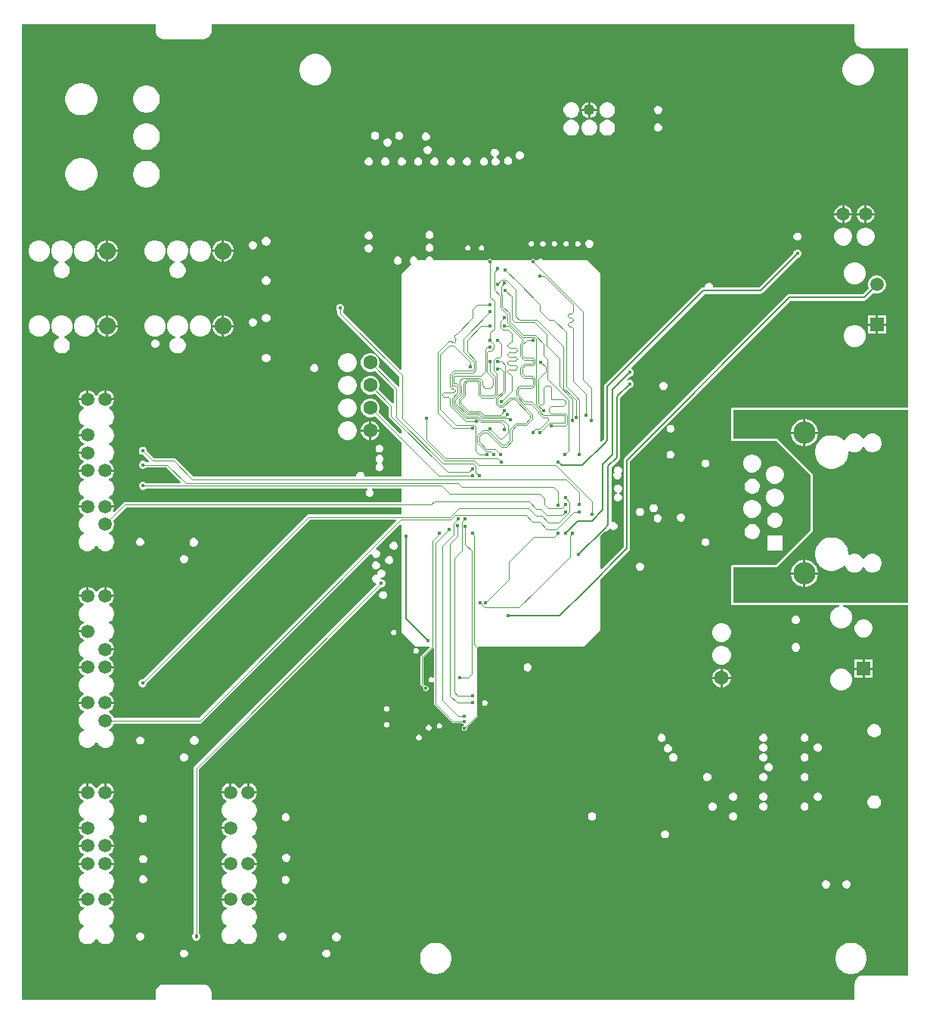
<source format=gbr>
G04*
G04 #@! TF.GenerationSoftware,Altium Limited,Altium Designer,24.2.2 (26)*
G04*
G04 Layer_Physical_Order=3*
G04 Layer_Color=6736896*
%FSLAX44Y44*%
%MOMM*%
G71*
G04*
G04 #@! TF.SameCoordinates,D1F85D35-12B9-47B7-842E-F7ABDB1EEA32*
G04*
G04*
G04 #@! TF.FilePolarity,Positive*
G04*
G01*
G75*
%ADD13C,0.1270*%
%ADD96C,0.1020*%
%ADD97C,0.2030*%
%ADD104C,1.9000*%
%ADD107C,1.2500*%
%ADD109C,1.5080*%
%ADD110R,1.5080X1.5080*%
%ADD111C,1.5000*%
%ADD112C,1.6000*%
%ADD115C,2.5000*%
%ADD117C,0.4000*%
%ADD118C,0.4570*%
%ADD119C,0.0770*%
%ADD120C,0.0890*%
G36*
X936116Y1078000D02*
X936153Y1077811D01*
X936134Y1077619D01*
X936230Y1076644D01*
X936396Y1076098D01*
X936507Y1075538D01*
X937254Y1073736D01*
X938096Y1072476D01*
X939475Y1071096D01*
X940736Y1070254D01*
X942538Y1069507D01*
X943098Y1069396D01*
X943644Y1069230D01*
X944619Y1069134D01*
X944811Y1069153D01*
X945000Y1069116D01*
X996116D01*
Y666590D01*
X800000D01*
X799009Y666393D01*
X798169Y665831D01*
X797607Y664991D01*
X797410Y664000D01*
Y632000D01*
X797607Y631009D01*
X798169Y630169D01*
X799009Y629607D01*
X800000Y629410D01*
X847927Y629410D01*
X886410Y590927D01*
Y529073D01*
X847927Y490590D01*
X800000D01*
X799009Y490393D01*
X798169Y489831D01*
X797607Y488991D01*
X797410Y488000D01*
Y448000D01*
X797607Y447009D01*
X798169Y446169D01*
X799009Y445607D01*
X800000Y445410D01*
X918656D01*
X918823Y444140D01*
X916256Y443452D01*
X913454Y441834D01*
X911166Y439546D01*
X909548Y436744D01*
X908710Y433618D01*
Y430382D01*
X909548Y427256D01*
X911166Y424454D01*
X913454Y422166D01*
X916256Y420548D01*
X919382Y419710D01*
X922618D01*
X925744Y420548D01*
X928546Y422166D01*
X930835Y424454D01*
X932452Y427256D01*
X933290Y430382D01*
Y433618D01*
X932452Y436744D01*
X930835Y439546D01*
X928546Y441834D01*
X925744Y443452D01*
X923177Y444140D01*
X923344Y445410D01*
X996116D01*
Y30885D01*
X945000Y30885D01*
X944811Y30847D01*
X944619Y30866D01*
X943644Y30770D01*
X943098Y30604D01*
X942538Y30493D01*
X940736Y29746D01*
X939475Y28904D01*
X938096Y27525D01*
X937254Y26265D01*
X936507Y24462D01*
X936396Y23902D01*
X936230Y23356D01*
X936134Y22381D01*
X936153Y22189D01*
X936116Y22000D01*
X936116Y3885D01*
X215885D01*
Y12000D01*
X215847Y12189D01*
X215866Y12381D01*
X215770Y13356D01*
X215604Y13903D01*
X215493Y14462D01*
X214746Y16265D01*
X213904Y17525D01*
X212525Y18904D01*
X211264Y19746D01*
X209462Y20493D01*
X208902Y20604D01*
X208356Y20770D01*
X207381Y20866D01*
X207189Y20847D01*
X207000Y20885D01*
X162000Y20885D01*
X161811Y20847D01*
X161619Y20866D01*
X160644Y20770D01*
X160098Y20604D01*
X159538Y20493D01*
X157736Y19746D01*
X156475Y18904D01*
X155096Y17525D01*
X154254Y16264D01*
X153507Y14462D01*
X153396Y13902D01*
X153230Y13356D01*
X153134Y12381D01*
X153153Y12189D01*
X153116Y12000D01*
X153116Y3885D01*
X3885D01*
Y1096116D01*
X153116D01*
Y1088000D01*
X153153Y1087811D01*
X153134Y1087619D01*
X153230Y1086644D01*
X153396Y1086098D01*
X153507Y1085538D01*
X154254Y1083736D01*
X155096Y1082476D01*
X156475Y1081096D01*
X157736Y1080254D01*
X159538Y1079508D01*
X160098Y1079396D01*
X160644Y1079230D01*
X161619Y1079134D01*
X161811Y1079153D01*
X162000Y1079116D01*
X207000Y1079116D01*
X207189Y1079153D01*
X207381Y1079134D01*
X208356Y1079230D01*
X208902Y1079396D01*
X209462Y1079508D01*
X211264Y1080254D01*
X212525Y1081096D01*
X213904Y1082476D01*
X214746Y1083736D01*
X215493Y1085538D01*
X215604Y1086098D01*
X215770Y1086644D01*
X215866Y1087619D01*
X215847Y1087811D01*
X215885Y1088000D01*
X215885Y1096116D01*
X936116D01*
Y1078000D01*
D02*
G37*
G36*
X996116Y448000D02*
X800000D01*
Y488000D01*
X849000D01*
X889000Y528000D01*
Y592000D01*
X849000Y632000D01*
X800000Y632000D01*
Y664000D01*
X996116D01*
Y448000D01*
D02*
G37*
%LPC*%
G36*
X941728Y1062540D02*
X938273D01*
X934884Y1061866D01*
X931692Y1060544D01*
X928819Y1058624D01*
X926376Y1056181D01*
X924456Y1053308D01*
X923134Y1050116D01*
X922460Y1046728D01*
Y1043273D01*
X923134Y1039884D01*
X924456Y1036692D01*
X926376Y1033819D01*
X928819Y1031376D01*
X931692Y1029456D01*
X934884Y1028134D01*
X938273Y1027460D01*
X941728D01*
X945116Y1028134D01*
X948308Y1029456D01*
X951181Y1031376D01*
X953624Y1033819D01*
X955544Y1036692D01*
X956866Y1039884D01*
X957540Y1043273D01*
Y1046728D01*
X956866Y1050116D01*
X955544Y1053308D01*
X953624Y1056181D01*
X951181Y1058624D01*
X948308Y1060544D01*
X945116Y1061866D01*
X941728Y1062540D01*
D02*
G37*
G36*
X333728D02*
X330273D01*
X326884Y1061866D01*
X323692Y1060544D01*
X320819Y1058624D01*
X318376Y1056181D01*
X316456Y1053308D01*
X315134Y1050116D01*
X314460Y1046728D01*
Y1043273D01*
X315134Y1039884D01*
X316456Y1036692D01*
X318376Y1033819D01*
X320819Y1031376D01*
X323692Y1029456D01*
X326884Y1028134D01*
X330273Y1027460D01*
X333728D01*
X337116Y1028134D01*
X340308Y1029456D01*
X343181Y1031376D01*
X345624Y1033819D01*
X347544Y1036692D01*
X348866Y1039884D01*
X349540Y1043273D01*
Y1046728D01*
X348866Y1050116D01*
X347544Y1053308D01*
X345624Y1056181D01*
X343181Y1058624D01*
X340308Y1060544D01*
X337116Y1061866D01*
X333728Y1062540D01*
D02*
G37*
G36*
X640270Y1008760D02*
Y1001270D01*
X647760D01*
X647191Y1003393D01*
X646034Y1005397D01*
X644397Y1007034D01*
X642393Y1008191D01*
X640270Y1008760D01*
D02*
G37*
G36*
X637730D02*
X635607Y1008191D01*
X633603Y1007034D01*
X631966Y1005397D01*
X630809Y1003393D01*
X630240Y1001270D01*
X637730D01*
Y1008760D01*
D02*
G37*
G36*
X144481Y1027038D02*
X141519D01*
X138613Y1026460D01*
X135876Y1025326D01*
X133413Y1023680D01*
X131318Y1021585D01*
X129672Y1019122D01*
X128538Y1016385D01*
X127960Y1013479D01*
Y1010516D01*
X128538Y1007611D01*
X129672Y1004874D01*
X131318Y1002410D01*
X133413Y1000315D01*
X135876Y998669D01*
X138613Y997536D01*
X141519Y996958D01*
X144481D01*
X147387Y997536D01*
X150124Y998669D01*
X152587Y1000315D01*
X154682Y1002410D01*
X156328Y1004874D01*
X157462Y1007611D01*
X158040Y1010516D01*
Y1013479D01*
X157462Y1016385D01*
X156328Y1019122D01*
X154682Y1021585D01*
X152587Y1023680D01*
X150124Y1025326D01*
X147387Y1026460D01*
X144481Y1027038D01*
D02*
G37*
G36*
X716957Y1004480D02*
X715151D01*
X713482Y1003789D01*
X712205Y1002512D01*
X711514Y1000843D01*
Y999037D01*
X712205Y997369D01*
X713482Y996091D01*
X715151Y995400D01*
X716957D01*
X718626Y996091D01*
X719903Y997369D01*
X720594Y999037D01*
Y1000843D01*
X719903Y1002512D01*
X718626Y1003789D01*
X716957Y1004480D01*
D02*
G37*
G36*
X71777Y1030038D02*
X68223D01*
X64738Y1029345D01*
X61455Y1027985D01*
X58500Y1026011D01*
X55987Y1023498D01*
X54013Y1020543D01*
X52653Y1017260D01*
X51960Y1013775D01*
Y1010221D01*
X52653Y1006736D01*
X54013Y1003453D01*
X55987Y1000498D01*
X58500Y997986D01*
X61455Y996011D01*
X64738Y994651D01*
X68223Y993958D01*
X71777D01*
X75262Y994651D01*
X78545Y996011D01*
X81500Y997986D01*
X84012Y1000498D01*
X85987Y1003453D01*
X87347Y1006736D01*
X88040Y1010221D01*
Y1013775D01*
X87347Y1017260D01*
X85987Y1020543D01*
X84012Y1023498D01*
X81500Y1026011D01*
X78545Y1027985D01*
X75262Y1029345D01*
X71777Y1030038D01*
D02*
G37*
G36*
X647760Y998730D02*
X640270D01*
Y991240D01*
X642393Y991809D01*
X644397Y992966D01*
X646034Y994603D01*
X647191Y996607D01*
X647760Y998730D01*
D02*
G37*
G36*
X637730D02*
X630240D01*
X630809Y996607D01*
X631966Y994603D01*
X633603Y992966D01*
X635607Y991809D01*
X637730Y991240D01*
Y998730D01*
D02*
G37*
G36*
X660157Y1008790D02*
X657843D01*
X655607Y1008191D01*
X653603Y1007034D01*
X651966Y1005397D01*
X650809Y1003393D01*
X650210Y1001157D01*
Y998843D01*
X650809Y996607D01*
X651966Y994603D01*
X653603Y992966D01*
X655607Y991809D01*
X657843Y991210D01*
X660157D01*
X662393Y991809D01*
X664397Y992966D01*
X666034Y994603D01*
X667191Y996607D01*
X667790Y998843D01*
Y1001157D01*
X667191Y1003393D01*
X666034Y1005397D01*
X664397Y1007034D01*
X662393Y1008191D01*
X660157Y1008790D01*
D02*
G37*
G36*
X620157D02*
X617843D01*
X615607Y1008191D01*
X613603Y1007034D01*
X611966Y1005397D01*
X610809Y1003393D01*
X610210Y1001157D01*
Y998843D01*
X610809Y996607D01*
X611966Y994603D01*
X613603Y992966D01*
X615607Y991809D01*
X617843Y991210D01*
X620157D01*
X622393Y991809D01*
X624397Y992966D01*
X626034Y994603D01*
X627191Y996607D01*
X627790Y998843D01*
Y1001157D01*
X627191Y1003393D01*
X626034Y1005397D01*
X624397Y1007034D01*
X622393Y1008191D01*
X620157Y1008790D01*
D02*
G37*
G36*
X716866Y984577D02*
X715060D01*
X713392Y983886D01*
X712114Y982608D01*
X711423Y980940D01*
Y979134D01*
X712114Y977465D01*
X713392Y976188D01*
X715060Y975497D01*
X716866D01*
X718535Y976188D01*
X719812Y977465D01*
X720503Y979134D01*
Y980940D01*
X719812Y982608D01*
X718535Y983886D01*
X716866Y984577D01*
D02*
G37*
G36*
X660157Y988790D02*
X657843D01*
X655607Y988191D01*
X653603Y987034D01*
X651966Y985397D01*
X650809Y983393D01*
X650210Y981157D01*
Y978843D01*
X650809Y976607D01*
X651966Y974603D01*
X653603Y972966D01*
X655607Y971809D01*
X657843Y971210D01*
X660157D01*
X662393Y971809D01*
X664397Y972966D01*
X666034Y974603D01*
X667191Y976607D01*
X667790Y978843D01*
Y981157D01*
X667191Y983393D01*
X666034Y985397D01*
X664397Y987034D01*
X662393Y988191D01*
X660157Y988790D01*
D02*
G37*
G36*
X640157D02*
X637843D01*
X635607Y988191D01*
X633603Y987034D01*
X631966Y985397D01*
X630809Y983393D01*
X630210Y981157D01*
Y978843D01*
X630809Y976607D01*
X631966Y974603D01*
X633603Y972966D01*
X635607Y971809D01*
X637843Y971210D01*
X640157D01*
X642393Y971809D01*
X644397Y972966D01*
X646034Y974603D01*
X647191Y976607D01*
X647790Y978843D01*
Y981157D01*
X647191Y983393D01*
X646034Y985397D01*
X644397Y987034D01*
X642393Y988191D01*
X640157Y988790D01*
D02*
G37*
G36*
X620157D02*
X617843D01*
X615607Y988191D01*
X613603Y987034D01*
X611966Y985397D01*
X610809Y983393D01*
X610210Y981157D01*
Y978843D01*
X610809Y976607D01*
X611966Y974603D01*
X613603Y972966D01*
X615607Y971809D01*
X617843Y971210D01*
X620157D01*
X622393Y971809D01*
X624397Y972966D01*
X626034Y974603D01*
X627191Y976607D01*
X627790Y978843D01*
Y981157D01*
X627191Y983393D01*
X626034Y985397D01*
X624397Y987034D01*
X622393Y988191D01*
X620157Y988790D01*
D02*
G37*
G36*
X426903Y975540D02*
X425097D01*
X423428Y974849D01*
X422151Y973572D01*
X421460Y971903D01*
Y970097D01*
X422151Y968428D01*
X423428Y967151D01*
X425097Y966460D01*
X426903D01*
X428572Y967151D01*
X429849Y968428D01*
X430540Y970097D01*
Y971903D01*
X429849Y973572D01*
X428572Y974849D01*
X426903Y975540D01*
D02*
G37*
G36*
X399903D02*
X398097D01*
X396428Y974849D01*
X395151Y973572D01*
X394460Y971903D01*
Y970097D01*
X395151Y968428D01*
X396428Y967151D01*
X398097Y966460D01*
X399903D01*
X401572Y967151D01*
X402849Y968428D01*
X403540Y970097D01*
Y971903D01*
X402849Y973572D01*
X401572Y974849D01*
X399903Y975540D01*
D02*
G37*
G36*
X456903Y974540D02*
X455097D01*
X453428Y973849D01*
X452151Y972572D01*
X451460Y970903D01*
Y969097D01*
X452151Y967428D01*
X453428Y966151D01*
X455097Y965460D01*
X456903D01*
X458572Y966151D01*
X459849Y967428D01*
X460540Y969097D01*
Y970903D01*
X459849Y972572D01*
X458572Y973849D01*
X456903Y974540D01*
D02*
G37*
G36*
X413946Y968093D02*
X412140D01*
X410471Y967402D01*
X409194Y966125D01*
X408503Y964456D01*
Y962650D01*
X409194Y960982D01*
X410471Y959704D01*
X412140Y959013D01*
X413946D01*
X415615Y959704D01*
X416892Y960982D01*
X417583Y962650D01*
Y964456D01*
X416892Y966125D01*
X415615Y967402D01*
X413946Y968093D01*
D02*
G37*
G36*
X144481Y985038D02*
X141519D01*
X138613Y984460D01*
X135876Y983326D01*
X133413Y981680D01*
X131318Y979585D01*
X129672Y977122D01*
X128538Y974385D01*
X127960Y971479D01*
Y968517D01*
X128538Y965611D01*
X129672Y962874D01*
X131318Y960410D01*
X133413Y958316D01*
X135876Y956670D01*
X138613Y955536D01*
X141519Y954958D01*
X144481D01*
X147387Y955536D01*
X150124Y956670D01*
X152587Y958316D01*
X154682Y960410D01*
X156328Y962874D01*
X157462Y965611D01*
X158040Y968517D01*
Y971479D01*
X157462Y974385D01*
X156328Y977122D01*
X154682Y979585D01*
X152587Y981680D01*
X150124Y983326D01*
X147387Y984460D01*
X144481Y985038D01*
D02*
G37*
G36*
X458903Y959540D02*
X457097D01*
X455428Y958849D01*
X454151Y957572D01*
X453460Y955903D01*
Y954097D01*
X454151Y952428D01*
X455428Y951151D01*
X457097Y950460D01*
X458903D01*
X460572Y951151D01*
X461849Y952428D01*
X462540Y954097D01*
Y955903D01*
X461849Y957572D01*
X460572Y958849D01*
X458903Y959540D01*
D02*
G37*
G36*
X561903Y953540D02*
X560097D01*
X558428Y952849D01*
X557151Y951572D01*
X556460Y949903D01*
Y948097D01*
X557151Y946428D01*
X558428Y945151D01*
X560097Y944460D01*
X561903D01*
X563572Y945151D01*
X564849Y946428D01*
X565540Y948097D01*
Y949903D01*
X564849Y951572D01*
X563572Y952849D01*
X561903Y953540D01*
D02*
G37*
G36*
X548903Y947540D02*
X547097D01*
X545428Y946849D01*
X544151Y945572D01*
X543460Y943903D01*
Y942097D01*
X544151Y940428D01*
X545428Y939151D01*
X547097Y938460D01*
X548903D01*
X550572Y939151D01*
X551849Y940428D01*
X552540Y942097D01*
Y943903D01*
X551849Y945572D01*
X550572Y946849D01*
X548903Y947540D01*
D02*
G37*
G36*
X533903Y956540D02*
X532097D01*
X530428Y955849D01*
X529151Y954572D01*
X528460Y952903D01*
Y951097D01*
X529151Y949428D01*
X530428Y948151D01*
X532048Y947480D01*
X532118Y947291D01*
X532252Y946190D01*
X531428Y945849D01*
X530151Y944572D01*
X529460Y942903D01*
Y941097D01*
X530151Y939428D01*
X531428Y938151D01*
X533097Y937460D01*
X534903D01*
X536572Y938151D01*
X537849Y939428D01*
X538540Y941097D01*
Y942903D01*
X537849Y944572D01*
X536572Y945849D01*
X534952Y946520D01*
X534882Y946709D01*
X534748Y947810D01*
X535572Y948151D01*
X536849Y949428D01*
X537540Y951097D01*
Y952903D01*
X536849Y954572D01*
X535572Y955849D01*
X533903Y956540D01*
D02*
G37*
G36*
X521903Y946540D02*
X520097D01*
X518428Y945849D01*
X517151Y944572D01*
X516460Y942903D01*
Y941097D01*
X517151Y939428D01*
X518428Y938151D01*
X520097Y937460D01*
X521903D01*
X523572Y938151D01*
X524849Y939428D01*
X525540Y941097D01*
Y942903D01*
X524849Y944572D01*
X523572Y945849D01*
X521903Y946540D01*
D02*
G37*
G36*
X502903D02*
X501097D01*
X499428Y945849D01*
X498151Y944572D01*
X497460Y942903D01*
Y941097D01*
X498151Y939428D01*
X499428Y938151D01*
X501097Y937460D01*
X502903D01*
X504572Y938151D01*
X505849Y939428D01*
X506540Y941097D01*
Y942903D01*
X505849Y944572D01*
X504572Y945849D01*
X502903Y946540D01*
D02*
G37*
G36*
X485046D02*
X483240D01*
X481571Y945849D01*
X480294Y944572D01*
X479603Y942903D01*
Y941097D01*
X480294Y939428D01*
X481571Y938151D01*
X483240Y937460D01*
X485046D01*
X486715Y938151D01*
X487992Y939428D01*
X488683Y941097D01*
Y942903D01*
X487992Y944572D01*
X486715Y945849D01*
X485046Y946540D01*
D02*
G37*
G36*
X466617D02*
X464811D01*
X463143Y945849D01*
X461865Y944572D01*
X461174Y942903D01*
Y941097D01*
X461865Y939428D01*
X463143Y938151D01*
X464811Y937460D01*
X466617D01*
X468286Y938151D01*
X469563Y939428D01*
X470254Y941097D01*
Y942903D01*
X469563Y944572D01*
X468286Y945849D01*
X466617Y946540D01*
D02*
G37*
G36*
X448189D02*
X446383D01*
X444714Y945849D01*
X443437Y944572D01*
X442746Y942903D01*
Y941097D01*
X443437Y939428D01*
X444714Y938151D01*
X446383Y937460D01*
X448189D01*
X449857Y938151D01*
X451134Y939428D01*
X451826Y941097D01*
Y942903D01*
X451134Y944572D01*
X449857Y945849D01*
X448189Y946540D01*
D02*
G37*
G36*
X429760D02*
X427954D01*
X426285Y945849D01*
X425008Y944572D01*
X424317Y942903D01*
Y941097D01*
X425008Y939428D01*
X426285Y938151D01*
X427954Y937460D01*
X429760D01*
X431429Y938151D01*
X432706Y939428D01*
X433397Y941097D01*
Y942903D01*
X432706Y944572D01*
X431429Y945849D01*
X429760Y946540D01*
D02*
G37*
G36*
X411332D02*
X409525D01*
X407857Y945849D01*
X406580Y944572D01*
X405889Y942903D01*
Y941097D01*
X406580Y939428D01*
X407857Y938151D01*
X409525Y937460D01*
X411332D01*
X413000Y938151D01*
X414277Y939428D01*
X414969Y941097D01*
Y942903D01*
X414277Y944572D01*
X413000Y945849D01*
X411332Y946540D01*
D02*
G37*
G36*
X392903D02*
X391097D01*
X389428Y945849D01*
X388151Y944572D01*
X387460Y942903D01*
Y941097D01*
X388151Y939428D01*
X389428Y938151D01*
X391097Y937460D01*
X392903D01*
X394572Y938151D01*
X395849Y939428D01*
X396540Y941097D01*
Y942903D01*
X395849Y944572D01*
X394572Y945849D01*
X392903Y946540D01*
D02*
G37*
G36*
X144481Y943038D02*
X141519D01*
X138613Y942460D01*
X135876Y941326D01*
X133413Y939680D01*
X131318Y937586D01*
X129672Y935122D01*
X128538Y932385D01*
X127960Y929479D01*
Y926517D01*
X128538Y923611D01*
X129672Y920874D01*
X131318Y918411D01*
X133413Y916316D01*
X135876Y914670D01*
X138613Y913536D01*
X141519Y912958D01*
X144481D01*
X147387Y913536D01*
X150124Y914670D01*
X152587Y916316D01*
X154682Y918411D01*
X156328Y920874D01*
X157462Y923611D01*
X158040Y926517D01*
Y929479D01*
X157462Y932385D01*
X156328Y935122D01*
X154682Y937586D01*
X152587Y939680D01*
X150124Y941326D01*
X147387Y942460D01*
X144481Y943038D01*
D02*
G37*
G36*
X71777Y946039D02*
X68223D01*
X64738Y945345D01*
X61455Y943985D01*
X58500Y942011D01*
X55987Y939498D01*
X54013Y936544D01*
X52653Y933261D01*
X51960Y929775D01*
Y926222D01*
X52653Y922737D01*
X54013Y919453D01*
X55987Y916499D01*
X58500Y913986D01*
X61455Y912012D01*
X64738Y910652D01*
X68223Y909959D01*
X71777D01*
X75262Y910652D01*
X78545Y912012D01*
X81500Y913986D01*
X84012Y916499D01*
X85987Y919453D01*
X87347Y922737D01*
X88040Y926222D01*
Y929775D01*
X87347Y933261D01*
X85987Y936544D01*
X84012Y939498D01*
X81500Y942011D01*
X78545Y943985D01*
X75262Y945345D01*
X71777Y946039D01*
D02*
G37*
G36*
X949540Y893224D02*
X949488D01*
Y884454D01*
X958258D01*
Y884506D01*
X957574Y887059D01*
X956252Y889349D01*
X954383Y891218D01*
X952093Y892540D01*
X949540Y893224D01*
D02*
G37*
G36*
X924540D02*
X924488D01*
Y884454D01*
X933258D01*
Y884506D01*
X932574Y887059D01*
X931252Y889349D01*
X929383Y891218D01*
X927093Y892540D01*
X924540Y893224D01*
D02*
G37*
G36*
X946948D02*
X946896D01*
X944343Y892540D01*
X942053Y891218D01*
X940184Y889349D01*
X938862Y887059D01*
X938178Y884506D01*
Y884454D01*
X946948D01*
Y893224D01*
D02*
G37*
G36*
X921948D02*
X921896D01*
X919343Y892540D01*
X917053Y891218D01*
X915184Y889349D01*
X913862Y887059D01*
X913178Y884506D01*
Y884454D01*
X921948D01*
Y893224D01*
D02*
G37*
G36*
X958258Y881914D02*
X949488D01*
Y873144D01*
X949540D01*
X952093Y873828D01*
X954383Y875150D01*
X956252Y877019D01*
X957574Y879309D01*
X958258Y881862D01*
Y881914D01*
D02*
G37*
G36*
X946948D02*
X938178D01*
Y881862D01*
X938862Y879309D01*
X940184Y877019D01*
X942053Y875150D01*
X944343Y873828D01*
X946896Y873144D01*
X946948D01*
Y881914D01*
D02*
G37*
G36*
X933258D02*
X924488D01*
Y873144D01*
X924540D01*
X927093Y873828D01*
X929383Y875150D01*
X931252Y877019D01*
X932574Y879309D01*
X933258Y881862D01*
Y881914D01*
D02*
G37*
G36*
X921948D02*
X913178D01*
Y881862D01*
X913862Y879309D01*
X915184Y877019D01*
X917053Y875150D01*
X919343Y873828D01*
X921896Y873144D01*
X921948D01*
Y881914D01*
D02*
G37*
G36*
X460903Y864540D02*
X459097D01*
X457428Y863849D01*
X456151Y862572D01*
X455460Y860903D01*
Y859097D01*
X456151Y857428D01*
X457428Y856151D01*
X459097Y855460D01*
X460903D01*
X462572Y856151D01*
X463849Y857428D01*
X464540Y859097D01*
Y860903D01*
X463849Y862572D01*
X462572Y863849D01*
X460903Y864540D01*
D02*
G37*
G36*
X392903Y863540D02*
X391097D01*
X389428Y862849D01*
X388151Y861572D01*
X387460Y859903D01*
Y858097D01*
X388151Y856428D01*
X389428Y855151D01*
X391097Y854460D01*
X392903D01*
X394572Y855151D01*
X395849Y856428D01*
X396540Y858097D01*
Y859903D01*
X395849Y861572D01*
X394572Y862849D01*
X392903Y863540D01*
D02*
G37*
G36*
X872903Y862540D02*
X871097D01*
X869428Y861849D01*
X868151Y860572D01*
X867460Y858903D01*
Y857097D01*
X868151Y855428D01*
X869428Y854151D01*
X871097Y853460D01*
X872903D01*
X874572Y854151D01*
X875849Y855428D01*
X876540Y857097D01*
Y858903D01*
X875849Y860572D01*
X874572Y861849D01*
X872903Y862540D01*
D02*
G37*
G36*
X277960Y857825D02*
X276040D01*
X274267Y857090D01*
X272910Y855733D01*
X272175Y853960D01*
Y852040D01*
X272910Y850267D01*
X274267Y848910D01*
X276040Y848175D01*
X277960D01*
X279733Y848910D01*
X281090Y850267D01*
X281825Y852040D01*
Y853960D01*
X281090Y855733D01*
X279733Y857090D01*
X277960Y857825D01*
D02*
G37*
G36*
X949540Y868224D02*
X946896D01*
X944343Y867540D01*
X942053Y866218D01*
X940184Y864349D01*
X938862Y862059D01*
X938178Y859506D01*
Y856862D01*
X938862Y854309D01*
X940184Y852019D01*
X942053Y850150D01*
X944343Y848828D01*
X946896Y848144D01*
X949540D01*
X952093Y848828D01*
X954383Y850150D01*
X956252Y852019D01*
X957574Y854309D01*
X958258Y856862D01*
Y859506D01*
X957574Y862059D01*
X956252Y864349D01*
X954383Y866218D01*
X952093Y867540D01*
X949540Y868224D01*
D02*
G37*
G36*
X924540D02*
X921896D01*
X919343Y867540D01*
X917053Y866218D01*
X915184Y864349D01*
X913862Y862059D01*
X913178Y859506D01*
Y856862D01*
X913862Y854309D01*
X915184Y852019D01*
X917053Y850150D01*
X919343Y848828D01*
X921896Y848144D01*
X924540D01*
X927093Y848828D01*
X929383Y850150D01*
X931252Y852019D01*
X932574Y854309D01*
X933258Y856862D01*
Y859506D01*
X932574Y862059D01*
X931252Y864349D01*
X929383Y866218D01*
X927093Y867540D01*
X924540Y868224D01*
D02*
G37*
G36*
X626601Y853020D02*
X625399D01*
X624289Y852560D01*
X623440Y851711D01*
X622980Y850601D01*
Y849399D01*
X623440Y848289D01*
X624289Y847440D01*
X625399Y846980D01*
X626601D01*
X627711Y847440D01*
X628560Y848289D01*
X629020Y849399D01*
Y850601D01*
X628560Y851711D01*
X627711Y852560D01*
X626601Y853020D01*
D02*
G37*
G36*
X613601D02*
X612399D01*
X611289Y852560D01*
X610440Y851711D01*
X609980Y850601D01*
Y849399D01*
X610440Y848289D01*
X611289Y847440D01*
X612399Y846980D01*
X613601D01*
X614711Y847440D01*
X615560Y848289D01*
X616020Y849399D01*
Y850601D01*
X615560Y851711D01*
X614711Y852560D01*
X613601Y853020D01*
D02*
G37*
G36*
X600601D02*
X599399D01*
X598289Y852560D01*
X597440Y851711D01*
X596980Y850601D01*
Y849399D01*
X597440Y848289D01*
X598289Y847440D01*
X599399Y846980D01*
X600601D01*
X601711Y847440D01*
X602560Y848289D01*
X603020Y849399D01*
Y850601D01*
X602560Y851711D01*
X601711Y852560D01*
X600601Y853020D01*
D02*
G37*
G36*
X587601D02*
X586399D01*
X585289Y852560D01*
X584440Y851711D01*
X583980Y850601D01*
Y849399D01*
X584440Y848289D01*
X585289Y847440D01*
X586399Y846980D01*
X587601D01*
X588711Y847440D01*
X589560Y848289D01*
X590020Y849399D01*
Y850601D01*
X589560Y851711D01*
X588711Y852560D01*
X587601Y853020D01*
D02*
G37*
G36*
X574601D02*
X573399D01*
X572289Y852560D01*
X571440Y851711D01*
X570980Y850601D01*
Y849399D01*
X571440Y848289D01*
X572289Y847440D01*
X573399Y846980D01*
X574601D01*
X575711Y847440D01*
X576560Y848289D01*
X577020Y849399D01*
Y850601D01*
X576560Y851711D01*
X575711Y852560D01*
X574601Y853020D01*
D02*
G37*
G36*
X639903Y854540D02*
X638097D01*
X636428Y853849D01*
X635151Y852572D01*
X634460Y850903D01*
Y849097D01*
X635151Y847428D01*
X636428Y846151D01*
X638097Y845460D01*
X639903D01*
X641572Y846151D01*
X642849Y847428D01*
X643540Y849097D01*
Y850903D01*
X642849Y852572D01*
X641572Y853849D01*
X639903Y854540D01*
D02*
G37*
G36*
X262961Y853019D02*
X261155D01*
X259486Y852328D01*
X258209Y851051D01*
X257518Y849382D01*
Y847576D01*
X258209Y845907D01*
X259486Y844630D01*
X261155Y843939D01*
X262961D01*
X264630Y844630D01*
X265907Y845907D01*
X266598Y847576D01*
Y849382D01*
X265907Y851051D01*
X264630Y852328D01*
X262961Y853019D01*
D02*
G37*
G36*
X230385Y854040D02*
X230070D01*
Y843270D01*
X240840D01*
Y843585D01*
X240019Y846647D01*
X238434Y849393D01*
X236193Y851634D01*
X233447Y853220D01*
X230385Y854040D01*
D02*
G37*
G36*
X100685D02*
X100370D01*
Y843270D01*
X111140D01*
Y843585D01*
X110319Y846647D01*
X108734Y849393D01*
X106493Y851634D01*
X103747Y853220D01*
X100685Y854040D01*
D02*
G37*
G36*
X227530D02*
X227215D01*
X224153Y853220D01*
X221407Y851634D01*
X219166Y849393D01*
X217581Y846647D01*
X216760Y843585D01*
Y843270D01*
X227530D01*
Y854040D01*
D02*
G37*
G36*
X97830D02*
X97515D01*
X94453Y853220D01*
X91707Y851634D01*
X89466Y849393D01*
X87880Y846647D01*
X87060Y843585D01*
Y843270D01*
X97830D01*
Y854040D01*
D02*
G37*
G36*
X518601Y848520D02*
X517399D01*
X516289Y848060D01*
X515440Y847211D01*
X514980Y846101D01*
Y844899D01*
X515440Y843789D01*
X516289Y842940D01*
X517399Y842480D01*
X518601D01*
X519711Y842940D01*
X520560Y843789D01*
X521020Y844899D01*
Y846101D01*
X520560Y847211D01*
X519711Y848060D01*
X518601Y848520D01*
D02*
G37*
G36*
X503601D02*
X502399D01*
X501289Y848060D01*
X500440Y847211D01*
X499980Y846101D01*
Y844899D01*
X500440Y843789D01*
X501289Y842940D01*
X502399Y842480D01*
X503601D01*
X504711Y842940D01*
X505560Y843789D01*
X506020Y844899D01*
Y846101D01*
X505560Y847211D01*
X504711Y848060D01*
X503601Y848520D01*
D02*
G37*
G36*
X460903Y850040D02*
X459097D01*
X457428Y849349D01*
X456151Y848072D01*
X455460Y846403D01*
Y844597D01*
X456151Y842928D01*
X457428Y841651D01*
X459097Y840960D01*
X460903D01*
X462572Y841651D01*
X463849Y842928D01*
X464540Y844597D01*
Y846403D01*
X463849Y848072D01*
X462572Y849349D01*
X460903Y850040D01*
D02*
G37*
G36*
X392903Y849540D02*
X391097D01*
X389428Y848849D01*
X388151Y847572D01*
X387460Y845903D01*
Y844097D01*
X388151Y842428D01*
X389428Y841151D01*
X391097Y840460D01*
X392903D01*
X394572Y841151D01*
X395849Y842428D01*
X396540Y844097D01*
Y845903D01*
X395849Y847572D01*
X394572Y848849D01*
X392903Y849540D01*
D02*
G37*
G36*
X240840Y840730D02*
X230070D01*
Y829960D01*
X230385D01*
X233447Y830780D01*
X236193Y832366D01*
X238434Y834607D01*
X240019Y837353D01*
X240840Y840415D01*
Y840730D01*
D02*
G37*
G36*
X227530D02*
X216760D01*
Y840415D01*
X217581Y837353D01*
X219166Y834607D01*
X221407Y832366D01*
X224153Y830780D01*
X227215Y829960D01*
X227530D01*
Y840730D01*
D02*
G37*
G36*
X204985Y854040D02*
X201815D01*
X198753Y853220D01*
X196007Y851634D01*
X193766Y849393D01*
X192181Y846647D01*
X191360Y843585D01*
Y840415D01*
X192181Y837353D01*
X193766Y834607D01*
X196007Y832366D01*
X198753Y830780D01*
X201815Y829960D01*
X204985D01*
X208047Y830780D01*
X210793Y832366D01*
X213034Y834607D01*
X214620Y837353D01*
X215440Y840415D01*
Y843585D01*
X214620Y846647D01*
X213034Y849393D01*
X210793Y851634D01*
X208047Y853220D01*
X204985Y854040D01*
D02*
G37*
G36*
X154185D02*
X151015D01*
X147953Y853220D01*
X145207Y851634D01*
X142966Y849393D01*
X141381Y846647D01*
X140560Y843585D01*
Y840415D01*
X141381Y837353D01*
X142966Y834607D01*
X145207Y832366D01*
X147953Y830780D01*
X151015Y829960D01*
X154185D01*
X157247Y830780D01*
X159993Y832366D01*
X162234Y834607D01*
X163820Y837353D01*
X164640Y840415D01*
Y843585D01*
X163820Y846647D01*
X162234Y849393D01*
X159993Y851634D01*
X157247Y853220D01*
X154185Y854040D01*
D02*
G37*
G36*
X111140Y840730D02*
X100370D01*
Y829960D01*
X100685D01*
X103747Y830780D01*
X106493Y832366D01*
X108734Y834607D01*
X110319Y837353D01*
X111140Y840415D01*
Y840730D01*
D02*
G37*
G36*
X97830D02*
X87060D01*
Y840415D01*
X87880Y837353D01*
X89466Y834607D01*
X91707Y832366D01*
X94453Y830780D01*
X97515Y829960D01*
X97830D01*
Y840730D01*
D02*
G37*
G36*
X75285Y854040D02*
X72115D01*
X69053Y853220D01*
X66307Y851634D01*
X64066Y849393D01*
X62481Y846647D01*
X61660Y843585D01*
Y840415D01*
X62481Y837353D01*
X64066Y834607D01*
X66307Y832366D01*
X69053Y830780D01*
X72115Y829960D01*
X75285D01*
X78347Y830780D01*
X81093Y832366D01*
X83334Y834607D01*
X84920Y837353D01*
X85740Y840415D01*
Y843585D01*
X84920Y846647D01*
X83334Y849393D01*
X81093Y851634D01*
X78347Y853220D01*
X75285Y854040D01*
D02*
G37*
G36*
X24485D02*
X21315D01*
X18253Y853220D01*
X15507Y851634D01*
X13266Y849393D01*
X11681Y846647D01*
X10860Y843585D01*
Y840415D01*
X11681Y837353D01*
X13266Y834607D01*
X15507Y832366D01*
X18253Y830780D01*
X21315Y829960D01*
X24485D01*
X27547Y830780D01*
X30293Y832366D01*
X32534Y834607D01*
X34120Y837353D01*
X34940Y840415D01*
Y843585D01*
X34120Y846647D01*
X32534Y849393D01*
X30293Y851634D01*
X27547Y853220D01*
X24485Y854040D01*
D02*
G37*
G36*
X425403Y835540D02*
X423597D01*
X421928Y834849D01*
X420651Y833572D01*
X419960Y831903D01*
Y830097D01*
X420651Y828428D01*
X421928Y827151D01*
X423597Y826460D01*
X425403D01*
X427072Y827151D01*
X428349Y828428D01*
X429040Y830097D01*
Y831903D01*
X428349Y833572D01*
X427072Y834849D01*
X425403Y835540D01*
D02*
G37*
G36*
X179585Y854040D02*
X176415D01*
X173353Y853220D01*
X170607Y851634D01*
X168366Y849393D01*
X166780Y846647D01*
X165960Y843585D01*
Y840415D01*
X166780Y837353D01*
X168366Y834607D01*
X170607Y832366D01*
X173353Y830780D01*
X175129Y830304D01*
X175129Y828990D01*
X174511Y828824D01*
X172449Y827634D01*
X170766Y825951D01*
X169576Y823889D01*
X168960Y821590D01*
Y819210D01*
X169576Y816911D01*
X170766Y814849D01*
X172449Y813166D01*
X174511Y811976D01*
X176810Y811360D01*
X179190D01*
X181489Y811976D01*
X183551Y813166D01*
X185234Y814849D01*
X186424Y816911D01*
X187040Y819210D01*
Y821590D01*
X186424Y823889D01*
X185234Y825951D01*
X183551Y827634D01*
X181489Y828824D01*
X180871Y828990D01*
X180871Y830304D01*
X182647Y830780D01*
X185393Y832366D01*
X187634Y834607D01*
X189219Y837353D01*
X190040Y840415D01*
Y843585D01*
X189219Y846647D01*
X187634Y849393D01*
X185393Y851634D01*
X182647Y853220D01*
X179585Y854040D01*
D02*
G37*
G36*
X49885D02*
X46715D01*
X43653Y853220D01*
X40907Y851634D01*
X38666Y849393D01*
X37081Y846647D01*
X36260Y843585D01*
Y840415D01*
X37081Y837353D01*
X38666Y834607D01*
X40907Y832366D01*
X43653Y830780D01*
X45429Y830304D01*
X45429Y828990D01*
X44811Y828824D01*
X42749Y827634D01*
X41066Y825951D01*
X39876Y823889D01*
X39260Y821590D01*
Y819210D01*
X39876Y816911D01*
X41066Y814849D01*
X42749Y813166D01*
X44811Y811976D01*
X47110Y811360D01*
X49490D01*
X51789Y811976D01*
X53851Y813166D01*
X55534Y814849D01*
X56724Y816911D01*
X57340Y819210D01*
Y821590D01*
X56724Y823889D01*
X55534Y825951D01*
X53851Y827634D01*
X51789Y828824D01*
X51171Y828990D01*
X51171Y830304D01*
X52947Y830780D01*
X55693Y832366D01*
X57934Y834607D01*
X59520Y837353D01*
X60340Y840415D01*
Y843585D01*
X59520Y846647D01*
X57934Y849393D01*
X55693Y851634D01*
X52947Y853220D01*
X49885Y854040D01*
D02*
G37*
G36*
X937618Y829290D02*
X934382D01*
X931256Y828453D01*
X928454Y826834D01*
X926166Y824546D01*
X924548Y821744D01*
X923710Y818618D01*
Y815382D01*
X924548Y812256D01*
X926166Y809454D01*
X928454Y807166D01*
X931256Y805548D01*
X934382Y804710D01*
X937618D01*
X940744Y805548D01*
X943546Y807166D01*
X945835Y809454D01*
X947452Y812256D01*
X948290Y815382D01*
Y818618D01*
X947452Y821744D01*
X945835Y824546D01*
X943546Y826834D01*
X940744Y828453D01*
X937618Y829290D01*
D02*
G37*
G36*
X277960Y813825D02*
X276040D01*
X274267Y813090D01*
X272910Y811733D01*
X272175Y809960D01*
Y808040D01*
X272910Y806267D01*
X274267Y804910D01*
X276040Y804175D01*
X277960D01*
X279733Y804910D01*
X281090Y806267D01*
X281825Y808040D01*
Y809960D01*
X281090Y811733D01*
X279733Y813090D01*
X277960Y813825D01*
D02*
G37*
G36*
X872903Y843540D02*
X871097D01*
X869428Y842849D01*
X868151Y841572D01*
X867460Y839903D01*
Y839586D01*
X828974Y801100D01*
X777540D01*
Y802903D01*
X776849Y804572D01*
X775572Y805849D01*
X773903Y806540D01*
X772097D01*
X770428Y805849D01*
X769151Y804572D01*
X768460Y802903D01*
Y801100D01*
X766475D01*
X765088Y800824D01*
X763912Y800038D01*
X763912Y800038D01*
X656437Y692563D01*
X655651Y691387D01*
X655375Y690000D01*
X655375Y690000D01*
Y631501D01*
X653437Y629563D01*
X652800Y628610D01*
X651744Y628738D01*
X651530Y628821D01*
Y816470D01*
X636530Y831470D01*
X587278D01*
X586914Y832349D01*
X586065Y833198D01*
X584955Y833658D01*
X583753D01*
X582643Y833198D01*
X581794Y832349D01*
X581430Y831470D01*
X578660D01*
X578560Y831711D01*
X577711Y832560D01*
X576601Y833020D01*
X575399D01*
X574289Y832560D01*
X573440Y831711D01*
X573340Y831470D01*
X530660D01*
X530560Y831711D01*
X529711Y832560D01*
X528601Y833020D01*
X527399D01*
X526289Y832560D01*
X525440Y831711D01*
X525340Y831470D01*
X517801D01*
X517711Y831560D01*
X516601Y832020D01*
X515399D01*
X514289Y831560D01*
X514199Y831470D01*
X464540D01*
Y831903D01*
X463849Y833572D01*
X462572Y834849D01*
X460903Y835540D01*
X459097D01*
X457428Y834849D01*
X456151Y833572D01*
X455460Y831903D01*
Y831470D01*
X446790D01*
Y831903D01*
X446099Y833572D01*
X444822Y834849D01*
X443153Y835540D01*
X441347D01*
X439678Y834849D01*
X438401Y833572D01*
X437710Y831903D01*
Y830097D01*
X438401Y828428D01*
X439445Y827385D01*
X428530Y816470D01*
Y709527D01*
X427357Y709041D01*
X363110Y773288D01*
Y774689D01*
X363849Y775428D01*
X364540Y777097D01*
Y778903D01*
X363849Y780572D01*
X362572Y781849D01*
X360903Y782540D01*
X359097D01*
X357428Y781849D01*
X356151Y780572D01*
X355460Y778903D01*
Y777097D01*
X356151Y775428D01*
X356890Y774689D01*
Y772000D01*
X357127Y770810D01*
X357801Y769801D01*
X426175Y701427D01*
Y690764D01*
X425984Y690621D01*
X424905Y690292D01*
X403026Y712172D01*
X403522Y713032D01*
X404240Y715712D01*
Y718488D01*
X403522Y721168D01*
X402134Y723572D01*
X400172Y725534D01*
X397768Y726922D01*
X395088Y727640D01*
X392312D01*
X389632Y726922D01*
X387228Y725534D01*
X385266Y723572D01*
X383878Y721168D01*
X383160Y718488D01*
Y715712D01*
X383878Y713032D01*
X385266Y710628D01*
X387228Y708666D01*
X389632Y707278D01*
X392312Y706560D01*
X395088D01*
X397768Y707278D01*
X398628Y707775D01*
X419870Y686532D01*
Y671724D01*
X418600Y671198D01*
X403026Y686772D01*
X403522Y687632D01*
X404240Y690312D01*
Y693088D01*
X403522Y695768D01*
X402134Y698172D01*
X400172Y700134D01*
X397768Y701522D01*
X395088Y702240D01*
X392312D01*
X389632Y701522D01*
X387228Y700134D01*
X385266Y698172D01*
X383878Y695768D01*
X383160Y693088D01*
Y690312D01*
X383878Y687632D01*
X385266Y685228D01*
X387228Y683266D01*
X389632Y681878D01*
X392312Y681160D01*
X395088D01*
X397768Y681878D01*
X398628Y682374D01*
X413950Y667052D01*
Y657677D01*
X414187Y656487D01*
X414861Y655478D01*
X428530Y641809D01*
Y637527D01*
X427357Y637041D01*
X403026Y661372D01*
X403522Y662232D01*
X404240Y664912D01*
Y667688D01*
X403522Y670368D01*
X402134Y672772D01*
X400172Y674734D01*
X397768Y676122D01*
X395088Y676840D01*
X392312D01*
X389632Y676122D01*
X387228Y674734D01*
X385266Y672772D01*
X383878Y670368D01*
X383160Y667688D01*
Y664912D01*
X383878Y662232D01*
X385266Y659828D01*
X387228Y657866D01*
X389632Y656478D01*
X392312Y655760D01*
X395088D01*
X397768Y656478D01*
X398628Y656974D01*
X428530Y627072D01*
Y589580D01*
X387158D01*
X387153Y589587D01*
Y591393D01*
X386462Y593062D01*
X385185Y594339D01*
X383516Y595030D01*
X381710D01*
X380041Y594339D01*
X378764Y593062D01*
X378073Y591393D01*
Y589587D01*
X378068Y589580D01*
X195818D01*
X176199Y609199D01*
X175190Y609873D01*
X174000Y610110D01*
X151601D01*
X143517Y618194D01*
Y619239D01*
X142826Y620908D01*
X141549Y622185D01*
X139880Y622876D01*
X138074D01*
X136405Y622185D01*
X135128Y620908D01*
X134437Y619239D01*
Y617433D01*
X135128Y615765D01*
X136405Y614487D01*
X138074Y613796D01*
X139119D01*
X146114Y606801D01*
X145628Y605628D01*
X142642D01*
X141903Y606367D01*
X140234Y607058D01*
X138428D01*
X136759Y606367D01*
X135482Y605090D01*
X134791Y603421D01*
Y601615D01*
X135482Y599946D01*
X136759Y598669D01*
X138428Y597978D01*
X140234D01*
X141903Y598669D01*
X142642Y599408D01*
X165194D01*
X181101Y583501D01*
X180615Y582328D01*
X142539D01*
X141800Y583067D01*
X140131Y583758D01*
X138325D01*
X136656Y583067D01*
X135379Y581790D01*
X134688Y580121D01*
Y578315D01*
X135379Y576646D01*
X136656Y575369D01*
X138325Y574678D01*
X140131D01*
X141800Y575369D01*
X142539Y576108D01*
X390198D01*
X390451Y574838D01*
X390428Y574829D01*
X389151Y573552D01*
X388460Y571883D01*
Y570077D01*
X389151Y568408D01*
X390428Y567131D01*
X392097Y566440D01*
X393903D01*
X395572Y567131D01*
X396849Y568408D01*
X397540Y570077D01*
Y571883D01*
X396849Y573552D01*
X395572Y574829D01*
X395549Y574838D01*
X395802Y576108D01*
X428530D01*
Y561090D01*
X118920D01*
X117730Y560853D01*
X116721Y560179D01*
X106587Y550044D01*
X105570Y550824D01*
X106356Y552185D01*
X107040Y554738D01*
Y554790D01*
X97000D01*
Y557330D01*
X107040D01*
Y557382D01*
X106356Y559935D01*
X105034Y562225D01*
X103165Y564094D01*
X100906Y565398D01*
X100841Y565674D01*
Y566446D01*
X100906Y566722D01*
X103165Y568026D01*
X105034Y569895D01*
X106356Y572185D01*
X107040Y574738D01*
Y577382D01*
X106356Y579935D01*
X105034Y582225D01*
X103165Y584094D01*
X100906Y585398D01*
X100841Y585674D01*
Y586446D01*
X100906Y586722D01*
X103165Y588026D01*
X105034Y589895D01*
X106356Y592185D01*
X107040Y594738D01*
Y594790D01*
X97000D01*
Y597330D01*
X107040D01*
Y597382D01*
X106356Y599935D01*
X105034Y602225D01*
X103165Y604094D01*
X100906Y605398D01*
X100841Y605674D01*
Y606446D01*
X100906Y606722D01*
X103165Y608026D01*
X105034Y609895D01*
X106356Y612185D01*
X107040Y614738D01*
Y617382D01*
X106356Y619935D01*
X105034Y622225D01*
X103165Y624094D01*
X100906Y625398D01*
X100841Y625674D01*
Y626446D01*
X100906Y626722D01*
X103165Y628026D01*
X105034Y629895D01*
X106356Y632185D01*
X107040Y634738D01*
Y637382D01*
X106356Y639935D01*
X105034Y642225D01*
X103165Y644094D01*
X100906Y645398D01*
X100841Y645674D01*
Y646446D01*
X100906Y646722D01*
X103165Y648026D01*
X105034Y649895D01*
X106356Y652185D01*
X107040Y654738D01*
Y657382D01*
X106356Y659935D01*
X105034Y662225D01*
X103165Y664094D01*
X100906Y665398D01*
X100841Y665674D01*
Y666446D01*
X100906Y666722D01*
X103165Y668026D01*
X105034Y669895D01*
X106356Y672185D01*
X107040Y674738D01*
Y674790D01*
X97000D01*
Y676060D01*
X95730D01*
Y686100D01*
X95678D01*
X93125Y685416D01*
X90835Y684094D01*
X88966Y682225D01*
X87662Y679967D01*
X87386Y679901D01*
X86614D01*
X86338Y679967D01*
X85034Y682225D01*
X83165Y684094D01*
X80875Y685416D01*
X78322Y686100D01*
X78270D01*
Y676060D01*
X77000D01*
Y674790D01*
X66960D01*
Y674738D01*
X67644Y672185D01*
X68966Y669895D01*
X70835Y668026D01*
X73094Y666722D01*
X73159Y666446D01*
Y665674D01*
X73094Y665398D01*
X70835Y664094D01*
X68966Y662225D01*
X67644Y659935D01*
X66960Y657382D01*
Y654738D01*
X67644Y652185D01*
X68966Y649895D01*
X70835Y648026D01*
X73094Y646722D01*
X73159Y646446D01*
Y645674D01*
X73094Y645398D01*
X70835Y644094D01*
X68966Y642225D01*
X67644Y639935D01*
X66960Y637382D01*
Y637330D01*
X77000D01*
Y634790D01*
X66960D01*
Y634738D01*
X67644Y632185D01*
X68966Y629895D01*
X70835Y628026D01*
X73094Y626722D01*
X73159Y626446D01*
Y625674D01*
X73094Y625398D01*
X70835Y624094D01*
X68966Y622225D01*
X67644Y619935D01*
X66960Y617382D01*
Y617330D01*
X77000D01*
Y614790D01*
X66960D01*
Y614738D01*
X67644Y612185D01*
X68966Y609895D01*
X70835Y608026D01*
X73094Y606722D01*
X73159Y606446D01*
Y605674D01*
X73094Y605398D01*
X70835Y604094D01*
X68966Y602225D01*
X67644Y599935D01*
X66960Y597382D01*
Y597330D01*
X77000D01*
Y594790D01*
X66960D01*
Y594738D01*
X67644Y592185D01*
X68966Y589895D01*
X70835Y588026D01*
X73094Y586722D01*
X73159Y586446D01*
Y585674D01*
X73094Y585398D01*
X70835Y584094D01*
X68966Y582225D01*
X67644Y579935D01*
X66960Y577382D01*
Y574738D01*
X67644Y572185D01*
X68966Y569895D01*
X70835Y568026D01*
X73094Y566722D01*
X73159Y566446D01*
Y565674D01*
X73094Y565398D01*
X70835Y564094D01*
X68966Y562225D01*
X67644Y559935D01*
X66960Y557382D01*
Y557330D01*
X77000D01*
Y554790D01*
X66960D01*
Y554738D01*
X67644Y552185D01*
X68966Y549895D01*
X70835Y548026D01*
X73094Y546722D01*
X73159Y546446D01*
Y545674D01*
X73094Y545398D01*
X70835Y544094D01*
X68966Y542225D01*
X67644Y539935D01*
X66960Y537382D01*
Y534738D01*
X67644Y532185D01*
X68966Y529895D01*
X70835Y528026D01*
X73094Y526722D01*
X73159Y526446D01*
Y525674D01*
X73094Y525398D01*
X70835Y524094D01*
X68966Y522225D01*
X67644Y519935D01*
X66960Y517382D01*
Y514738D01*
X67644Y512185D01*
X68966Y509895D01*
X70835Y508026D01*
X73125Y506704D01*
X75678Y506020D01*
X78322D01*
X80875Y506704D01*
X83165Y508026D01*
X85034Y509895D01*
X86338Y512154D01*
X86614Y512219D01*
X87386D01*
X87662Y512154D01*
X88966Y509895D01*
X90835Y508026D01*
X93125Y506704D01*
X95678Y506020D01*
X98322D01*
X100875Y506704D01*
X103165Y508026D01*
X105034Y509895D01*
X106356Y512185D01*
X107040Y514738D01*
Y517382D01*
X106356Y519935D01*
X105034Y522225D01*
X103165Y524094D01*
X100906Y525398D01*
X100841Y525674D01*
Y526446D01*
X100906Y526722D01*
X103165Y528026D01*
X105034Y529895D01*
X106356Y532185D01*
X107040Y534738D01*
Y537382D01*
X106356Y539935D01*
X105960Y540622D01*
X120208Y554870D01*
X428530D01*
Y547110D01*
X324679D01*
X323489Y546873D01*
X322480Y546199D01*
X139114Y362833D01*
X138069D01*
X136400Y362142D01*
X135123Y360865D01*
X134432Y359196D01*
Y357390D01*
X135123Y355722D01*
X136400Y354445D01*
X138069Y353753D01*
X139875D01*
X141544Y354445D01*
X142821Y355722D01*
X143512Y357390D01*
Y358436D01*
X325967Y540890D01*
X421833D01*
X422319Y539717D01*
X201772Y319170D01*
X106561D01*
X106356Y319935D01*
X105034Y322225D01*
X103165Y324094D01*
X100906Y325398D01*
X100841Y325674D01*
Y326446D01*
X100906Y326722D01*
X103165Y328026D01*
X105034Y329895D01*
X106356Y332185D01*
X107040Y334738D01*
Y334790D01*
X97000D01*
Y337330D01*
X107040D01*
Y337382D01*
X106356Y339935D01*
X105034Y342225D01*
X103165Y344094D01*
X100906Y345398D01*
X100841Y345674D01*
Y346446D01*
X100906Y346722D01*
X103165Y348026D01*
X105034Y349895D01*
X106356Y352185D01*
X107040Y354738D01*
Y357382D01*
X106356Y359935D01*
X105034Y362225D01*
X103165Y364094D01*
X100906Y365398D01*
X100841Y365674D01*
Y366446D01*
X100906Y366722D01*
X103165Y368026D01*
X105034Y369895D01*
X106356Y372185D01*
X107040Y374738D01*
Y374790D01*
X97000D01*
Y377330D01*
X107040D01*
Y377382D01*
X106356Y379935D01*
X105034Y382225D01*
X103165Y384094D01*
X100906Y385398D01*
X100841Y385674D01*
Y386446D01*
X100906Y386722D01*
X103165Y388026D01*
X105034Y389895D01*
X106356Y392185D01*
X107040Y394738D01*
Y394790D01*
X97000D01*
Y397330D01*
X107040D01*
Y397382D01*
X106356Y399935D01*
X105034Y402225D01*
X103165Y404094D01*
X100906Y405398D01*
X100841Y405674D01*
Y406446D01*
X100906Y406722D01*
X103165Y408026D01*
X105034Y409895D01*
X106356Y412185D01*
X107040Y414738D01*
Y417382D01*
X106356Y419935D01*
X105034Y422225D01*
X103165Y424094D01*
X100906Y425398D01*
X100841Y425674D01*
Y426446D01*
X100906Y426722D01*
X103165Y428026D01*
X105034Y429895D01*
X106356Y432185D01*
X107040Y434738D01*
Y437382D01*
X106356Y439935D01*
X105034Y442225D01*
X103165Y444094D01*
X100906Y445398D01*
X100841Y445674D01*
Y446446D01*
X100906Y446722D01*
X103165Y448026D01*
X105034Y449895D01*
X106356Y452185D01*
X107040Y454738D01*
Y454790D01*
X97000D01*
Y456060D01*
X95730D01*
Y466100D01*
X95678D01*
X93125Y465416D01*
X90835Y464094D01*
X88966Y462225D01*
X87662Y459967D01*
X87386Y459901D01*
X86614D01*
X86338Y459967D01*
X85034Y462225D01*
X83165Y464094D01*
X80875Y465416D01*
X78322Y466100D01*
X78270D01*
Y456060D01*
X77000D01*
Y454790D01*
X66960D01*
Y454738D01*
X67644Y452185D01*
X68966Y449895D01*
X70835Y448026D01*
X73094Y446722D01*
X73159Y446446D01*
Y445674D01*
X73094Y445398D01*
X70835Y444094D01*
X68966Y442225D01*
X67644Y439935D01*
X66960Y437382D01*
Y434738D01*
X67644Y432185D01*
X68966Y429895D01*
X70835Y428026D01*
X73094Y426722D01*
X73159Y426446D01*
Y425674D01*
X73094Y425398D01*
X70835Y424094D01*
X68966Y422225D01*
X67644Y419935D01*
X66960Y417382D01*
Y417330D01*
X77000D01*
Y414790D01*
X66960D01*
Y414738D01*
X67644Y412185D01*
X68966Y409895D01*
X70835Y408026D01*
X73094Y406722D01*
X73159Y406446D01*
Y405674D01*
X73094Y405398D01*
X70835Y404094D01*
X68966Y402225D01*
X67644Y399935D01*
X66960Y397382D01*
Y394738D01*
X67644Y392185D01*
X68966Y389895D01*
X70835Y388026D01*
X73094Y386722D01*
X73159Y386446D01*
Y385674D01*
X73094Y385398D01*
X70835Y384094D01*
X68966Y382225D01*
X67644Y379935D01*
X66960Y377382D01*
Y377330D01*
X77000D01*
Y374790D01*
X66960D01*
Y374738D01*
X67644Y372185D01*
X68966Y369895D01*
X70835Y368026D01*
X73094Y366722D01*
X73159Y366446D01*
Y365674D01*
X73094Y365398D01*
X70835Y364094D01*
X68966Y362225D01*
X67644Y359935D01*
X66960Y357382D01*
Y354738D01*
X67644Y352185D01*
X68966Y349895D01*
X70835Y348026D01*
X73094Y346722D01*
X73159Y346446D01*
Y345674D01*
X73094Y345398D01*
X70835Y344094D01*
X68966Y342225D01*
X67644Y339935D01*
X66960Y337382D01*
Y337330D01*
X77000D01*
Y334790D01*
X66960D01*
Y334738D01*
X67644Y332185D01*
X68966Y329895D01*
X70835Y328026D01*
X73094Y326722D01*
X73159Y326446D01*
Y325674D01*
X73094Y325398D01*
X70835Y324094D01*
X68966Y322225D01*
X67644Y319935D01*
X66960Y317382D01*
Y314738D01*
X67644Y312185D01*
X68966Y309895D01*
X70835Y308026D01*
X73094Y306722D01*
X73159Y306446D01*
Y305674D01*
X73094Y305398D01*
X70835Y304094D01*
X68966Y302225D01*
X67644Y299935D01*
X66960Y297382D01*
Y294738D01*
X67644Y292185D01*
X68966Y289895D01*
X70835Y288026D01*
X73125Y286704D01*
X75678Y286020D01*
X78322D01*
X80875Y286704D01*
X83165Y288026D01*
X85034Y289895D01*
X86338Y292153D01*
X86614Y292219D01*
X87386D01*
X87662Y292153D01*
X88966Y289895D01*
X90835Y288026D01*
X93125Y286704D01*
X95678Y286020D01*
X98322D01*
X100875Y286704D01*
X103165Y288026D01*
X105034Y289895D01*
X106356Y292185D01*
X107040Y294738D01*
Y297382D01*
X106356Y299935D01*
X105034Y302225D01*
X103165Y304094D01*
X100906Y305398D01*
X100841Y305674D01*
Y306446D01*
X100906Y306722D01*
X103165Y308026D01*
X105034Y309895D01*
X106356Y312185D01*
X106561Y312950D01*
X203060D01*
X204250Y313187D01*
X205259Y313861D01*
X394190Y502792D01*
X395460Y502266D01*
Y502097D01*
X396151Y500428D01*
X397428Y499151D01*
X399097Y498460D01*
X400903D01*
X402572Y499151D01*
X403849Y500428D01*
X404540Y502097D01*
Y503903D01*
X403849Y505572D01*
X402572Y506849D01*
X400903Y507540D01*
X400734D01*
X400208Y508810D01*
X427357Y535959D01*
X428530Y535473D01*
Y415470D01*
X444530Y399470D01*
X459568D01*
X460054Y398297D01*
X450394Y388637D01*
X449930Y387515D01*
Y356883D01*
X450394Y355761D01*
X453044Y353111D01*
X452992Y352986D01*
Y351785D01*
X453452Y350675D01*
X454302Y349825D01*
X455412Y349366D01*
X456613D01*
X457723Y349825D01*
X458573Y350675D01*
X459032Y351785D01*
Y352986D01*
X458573Y354096D01*
X457723Y354946D01*
X456613Y355406D01*
X455412D01*
X455286Y355354D01*
X453101Y357539D01*
Y386858D01*
X463797Y397555D01*
X465067Y397029D01*
Y365000D01*
X463797Y364474D01*
X463711Y364560D01*
X462601Y365020D01*
X461399D01*
X460289Y364560D01*
X459440Y363711D01*
X458980Y362601D01*
Y361399D01*
X459440Y360289D01*
X460289Y359440D01*
X461399Y358980D01*
X462601D01*
X463711Y359440D01*
X463797Y359526D01*
X465067Y359000D01*
Y334954D01*
X465532Y333833D01*
X485045Y314320D01*
X486166Y313856D01*
X496534D01*
X496586Y313731D01*
X497435Y312881D01*
X498154Y312583D01*
X498723Y311478D01*
X498785Y311151D01*
X498708Y311020D01*
X498399D01*
X497289Y310560D01*
X496440Y309711D01*
X495980Y308601D01*
Y307399D01*
X496440Y306289D01*
X497289Y305440D01*
X498399Y304980D01*
X499601D01*
X500711Y305440D01*
X501560Y306289D01*
X502020Y307399D01*
Y308601D01*
X501968Y308726D01*
X514121Y320879D01*
X514586Y322000D01*
Y398041D01*
X514520Y398200D01*
X515368Y399470D01*
X633530D01*
X651530Y417470D01*
Y474404D01*
X683563Y506437D01*
X683563Y506437D01*
X684349Y507613D01*
X684625Y509000D01*
Y606149D01*
X864851Y786375D01*
X946500D01*
X946500Y786375D01*
X947887Y786651D01*
X949063Y787437D01*
X956871Y795245D01*
X957109Y795107D01*
X959673Y794420D01*
X962327D01*
X964891Y795107D01*
X967189Y796434D01*
X969066Y798311D01*
X970393Y800609D01*
X971080Y803173D01*
Y805827D01*
X970393Y808391D01*
X969066Y810689D01*
X967189Y812566D01*
X964891Y813893D01*
X962327Y814580D01*
X959673D01*
X957109Y813893D01*
X954811Y812566D01*
X952934Y810689D01*
X951607Y808391D01*
X950920Y805827D01*
Y803173D01*
X951607Y800609D01*
X951745Y800371D01*
X944999Y793625D01*
X863349D01*
X863349Y793625D01*
X861962Y793349D01*
X860786Y792563D01*
X678437Y610214D01*
X677651Y609038D01*
X677375Y607651D01*
X677375Y607651D01*
Y510501D01*
X652703Y485829D01*
X651530Y486315D01*
Y523596D01*
X655424Y527490D01*
X656000Y527375D01*
X657387Y527651D01*
X658563Y528437D01*
X661093Y530966D01*
X662761Y530839D01*
X663448Y530151D01*
X665117Y529460D01*
X666923D01*
X668592Y530151D01*
X669869Y531428D01*
X670560Y533097D01*
Y534903D01*
X669869Y536572D01*
X668592Y537849D01*
X666923Y538540D01*
X665117D01*
X664681Y538359D01*
X663625Y539065D01*
Y599499D01*
X672563Y608437D01*
X672563Y608437D01*
X673349Y609613D01*
X673625Y611000D01*
Y677499D01*
X684586Y688460D01*
X684903D01*
X686572Y689151D01*
X687849Y690428D01*
X688540Y692097D01*
Y693903D01*
X687849Y695572D01*
X686572Y696849D01*
X684903Y697540D01*
X683097D01*
X682013Y697091D01*
X681294Y698168D01*
X684586Y701460D01*
X684903D01*
X686572Y702151D01*
X687849Y703428D01*
X688540Y705097D01*
Y706903D01*
X687849Y708572D01*
X686572Y709849D01*
X686005Y710083D01*
X685707Y711581D01*
X767976Y793850D01*
X830475D01*
X830475Y793850D01*
X831862Y794126D01*
X833038Y794912D01*
X872586Y834460D01*
X872903D01*
X874572Y835151D01*
X875849Y836428D01*
X876540Y838097D01*
Y839903D01*
X875849Y841572D01*
X874572Y842849D01*
X872903Y843540D01*
D02*
G37*
G36*
X277960Y771825D02*
X276040D01*
X274267Y771090D01*
X272910Y769733D01*
X272175Y767960D01*
Y766040D01*
X272910Y764267D01*
X274267Y762909D01*
X276040Y762175D01*
X277960D01*
X279733Y762909D01*
X281090Y764267D01*
X281825Y766040D01*
Y767960D01*
X281090Y769733D01*
X279733Y771090D01*
X277960Y771825D01*
D02*
G37*
G36*
X971080Y769580D02*
X962270D01*
Y760770D01*
X971080D01*
Y769580D01*
D02*
G37*
G36*
X959730D02*
X950920D01*
Y760770D01*
X959730D01*
Y769580D01*
D02*
G37*
G36*
X230385Y770040D02*
X230070D01*
Y759270D01*
X240840D01*
Y759585D01*
X240019Y762647D01*
X238434Y765393D01*
X236193Y767634D01*
X233447Y769220D01*
X230385Y770040D01*
D02*
G37*
G36*
X100685D02*
X100370D01*
Y759270D01*
X111140D01*
Y759585D01*
X110319Y762647D01*
X108734Y765393D01*
X106493Y767634D01*
X103747Y769220D01*
X100685Y770040D01*
D02*
G37*
G36*
X227530D02*
X227215D01*
X224153Y769220D01*
X221407Y767634D01*
X219166Y765393D01*
X217581Y762647D01*
X216760Y759585D01*
Y759270D01*
X227530D01*
Y770040D01*
D02*
G37*
G36*
X97830D02*
X97515D01*
X94453Y769220D01*
X91707Y767634D01*
X89466Y765393D01*
X87880Y762647D01*
X87060Y759585D01*
Y759270D01*
X97830D01*
Y770040D01*
D02*
G37*
G36*
X262903Y766540D02*
X261097D01*
X259428Y765849D01*
X258151Y764572D01*
X257460Y762903D01*
Y761097D01*
X258151Y759428D01*
X259428Y758151D01*
X261097Y757460D01*
X262903D01*
X264572Y758151D01*
X265849Y759428D01*
X266540Y761097D01*
Y762903D01*
X265849Y764572D01*
X264572Y765849D01*
X262903Y766540D01*
D02*
G37*
G36*
X971080Y758230D02*
X962270D01*
Y749420D01*
X971080D01*
Y758230D01*
D02*
G37*
G36*
X959730D02*
X950920D01*
Y749420D01*
X959730D01*
Y758230D01*
D02*
G37*
G36*
X240840Y756730D02*
X230070D01*
Y745960D01*
X230385D01*
X233447Y746780D01*
X236193Y748366D01*
X238434Y750607D01*
X240019Y753353D01*
X240840Y756415D01*
Y756730D01*
D02*
G37*
G36*
X227530D02*
X216760D01*
Y756415D01*
X217581Y753353D01*
X219166Y750607D01*
X221407Y748366D01*
X224153Y746780D01*
X227215Y745960D01*
X227530D01*
Y756730D01*
D02*
G37*
G36*
X204985Y770040D02*
X201815D01*
X198753Y769220D01*
X196007Y767634D01*
X193766Y765393D01*
X192181Y762647D01*
X191360Y759585D01*
Y756415D01*
X192181Y753353D01*
X193766Y750607D01*
X196007Y748366D01*
X198753Y746780D01*
X201815Y745960D01*
X204985D01*
X208047Y746780D01*
X210793Y748366D01*
X213034Y750607D01*
X214620Y753353D01*
X215440Y756415D01*
Y759585D01*
X214620Y762647D01*
X213034Y765393D01*
X210793Y767634D01*
X208047Y769220D01*
X204985Y770040D01*
D02*
G37*
G36*
X154185D02*
X151015D01*
X147953Y769220D01*
X145207Y767634D01*
X142966Y765393D01*
X141381Y762647D01*
X140560Y759585D01*
Y756415D01*
X141381Y753353D01*
X142966Y750607D01*
X145207Y748366D01*
X147953Y746780D01*
X151015Y745960D01*
X154185D01*
X157247Y746780D01*
X159993Y748366D01*
X162234Y750607D01*
X163820Y753353D01*
X164640Y756415D01*
Y759585D01*
X163820Y762647D01*
X162234Y765393D01*
X159993Y767634D01*
X157247Y769220D01*
X154185Y770040D01*
D02*
G37*
G36*
X111140Y756730D02*
X100370D01*
Y745960D01*
X100685D01*
X103747Y746780D01*
X106493Y748366D01*
X108734Y750607D01*
X110319Y753353D01*
X111140Y756415D01*
Y756730D01*
D02*
G37*
G36*
X97830D02*
X87060D01*
Y756415D01*
X87880Y753353D01*
X89466Y750607D01*
X91707Y748366D01*
X94453Y746780D01*
X97515Y745960D01*
X97830D01*
Y756730D01*
D02*
G37*
G36*
X75285Y770040D02*
X72115D01*
X69053Y769220D01*
X66307Y767634D01*
X64066Y765393D01*
X62481Y762647D01*
X61660Y759585D01*
Y756415D01*
X62481Y753353D01*
X64066Y750607D01*
X66307Y748366D01*
X69053Y746780D01*
X72115Y745960D01*
X75285D01*
X78347Y746780D01*
X81093Y748366D01*
X83334Y750607D01*
X84920Y753353D01*
X85740Y756415D01*
Y759585D01*
X84920Y762647D01*
X83334Y765393D01*
X81093Y767634D01*
X78347Y769220D01*
X75285Y770040D01*
D02*
G37*
G36*
X24485D02*
X21315D01*
X18253Y769220D01*
X15507Y767634D01*
X13266Y765393D01*
X11681Y762647D01*
X10860Y759585D01*
Y756415D01*
X11681Y753353D01*
X13266Y750607D01*
X15507Y748366D01*
X18253Y746780D01*
X21315Y745960D01*
X24485D01*
X27547Y746780D01*
X30293Y748366D01*
X32534Y750607D01*
X34120Y753353D01*
X34940Y756415D01*
Y759585D01*
X34120Y762647D01*
X32534Y765393D01*
X30293Y767634D01*
X27547Y769220D01*
X24485Y770040D01*
D02*
G37*
G36*
X937618Y759290D02*
X934382D01*
X931256Y758453D01*
X928454Y756834D01*
X926166Y754546D01*
X924548Y751744D01*
X923710Y748618D01*
Y745382D01*
X924548Y742256D01*
X926166Y739454D01*
X928454Y737166D01*
X931256Y735548D01*
X934382Y734710D01*
X937618D01*
X940744Y735548D01*
X943546Y737166D01*
X945835Y739454D01*
X947452Y742256D01*
X948290Y745382D01*
Y748618D01*
X947452Y751744D01*
X945835Y754546D01*
X943546Y756834D01*
X940744Y758453D01*
X937618Y759290D01*
D02*
G37*
G36*
X153667Y742670D02*
X151861D01*
X150193Y741979D01*
X148916Y740702D01*
X148224Y739033D01*
Y737227D01*
X148916Y735559D01*
X150193Y734281D01*
X151861Y733590D01*
X153667D01*
X155336Y734281D01*
X156613Y735559D01*
X157304Y737227D01*
Y739033D01*
X156613Y740702D01*
X155336Y741979D01*
X153667Y742670D01*
D02*
G37*
G36*
X179585Y770040D02*
X176415D01*
X173353Y769220D01*
X170607Y767634D01*
X168366Y765393D01*
X166780Y762647D01*
X165960Y759585D01*
Y756415D01*
X166780Y753353D01*
X168366Y750607D01*
X170607Y748366D01*
X173353Y746780D01*
X175129Y746304D01*
X175129Y744990D01*
X174511Y744824D01*
X172449Y743634D01*
X170766Y741951D01*
X169576Y739889D01*
X168960Y737590D01*
Y735210D01*
X169576Y732911D01*
X170766Y730849D01*
X172449Y729166D01*
X174511Y727976D01*
X176810Y727360D01*
X179190D01*
X181489Y727976D01*
X183551Y729166D01*
X185234Y730849D01*
X186424Y732911D01*
X187040Y735210D01*
Y737590D01*
X186424Y739889D01*
X185234Y741951D01*
X183551Y743634D01*
X181489Y744824D01*
X180871Y744990D01*
X180871Y746304D01*
X182647Y746780D01*
X185393Y748366D01*
X187634Y750607D01*
X189219Y753353D01*
X190040Y756415D01*
Y759585D01*
X189219Y762647D01*
X187634Y765393D01*
X185393Y767634D01*
X182647Y769220D01*
X179585Y770040D01*
D02*
G37*
G36*
X49885D02*
X46715D01*
X43653Y769220D01*
X40907Y767634D01*
X38666Y765393D01*
X37081Y762647D01*
X36260Y759585D01*
Y756415D01*
X37081Y753353D01*
X38666Y750607D01*
X40907Y748366D01*
X43653Y746780D01*
X45429Y746304D01*
X45429Y744990D01*
X44811Y744824D01*
X42749Y743634D01*
X41066Y741951D01*
X39876Y739889D01*
X39260Y737590D01*
Y735210D01*
X39876Y732911D01*
X41066Y730849D01*
X42749Y729166D01*
X44811Y727976D01*
X47110Y727360D01*
X49490D01*
X51789Y727976D01*
X53851Y729166D01*
X55534Y730849D01*
X56724Y732911D01*
X57340Y735210D01*
Y737590D01*
X56724Y739889D01*
X55534Y741951D01*
X53851Y743634D01*
X51789Y744824D01*
X51171Y744990D01*
X51171Y746304D01*
X52947Y746780D01*
X55693Y748366D01*
X57934Y750607D01*
X59520Y753353D01*
X60340Y756415D01*
Y759585D01*
X59520Y762647D01*
X57934Y765393D01*
X55693Y767634D01*
X52947Y769220D01*
X49885Y770040D01*
D02*
G37*
G36*
X277934Y726899D02*
X276015D01*
X274242Y726165D01*
X272884Y724808D01*
X272150Y723034D01*
Y721115D01*
X272884Y719341D01*
X274242Y717984D01*
X276015Y717249D01*
X277934D01*
X279708Y717984D01*
X281065Y719341D01*
X281800Y721115D01*
Y723034D01*
X281065Y724808D01*
X279708Y726165D01*
X277934Y726899D01*
D02*
G37*
G36*
X369688Y727640D02*
X366912D01*
X364232Y726922D01*
X361828Y725534D01*
X359866Y723572D01*
X358478Y721168D01*
X357760Y718488D01*
Y715712D01*
X358478Y713032D01*
X359866Y710628D01*
X361828Y708666D01*
X364232Y707278D01*
X366912Y706560D01*
X369688D01*
X372368Y707278D01*
X374772Y708666D01*
X376734Y710628D01*
X378122Y713032D01*
X378840Y715712D01*
Y718488D01*
X378122Y721168D01*
X376734Y723572D01*
X374772Y725534D01*
X372368Y726922D01*
X369688Y727640D01*
D02*
G37*
G36*
X331903Y715540D02*
X330097D01*
X328428Y714849D01*
X327151Y713572D01*
X326460Y711903D01*
Y710097D01*
X327151Y708428D01*
X328428Y707151D01*
X330097Y706460D01*
X331903D01*
X333572Y707151D01*
X334849Y708428D01*
X335540Y710097D01*
Y711903D01*
X334849Y713572D01*
X333572Y714849D01*
X331903Y715540D01*
D02*
G37*
G36*
X722903Y695540D02*
X721097D01*
X719428Y694849D01*
X718151Y693572D01*
X717460Y691903D01*
Y690097D01*
X718151Y688428D01*
X719428Y687151D01*
X721097Y686460D01*
X722903D01*
X724572Y687151D01*
X725849Y688428D01*
X726540Y690097D01*
Y691903D01*
X725849Y693572D01*
X724572Y694849D01*
X722903Y695540D01*
D02*
G37*
G36*
X369688Y702240D02*
X366912D01*
X364232Y701522D01*
X361828Y700134D01*
X359866Y698172D01*
X358478Y695768D01*
X357760Y693088D01*
Y690312D01*
X358478Y687632D01*
X359866Y685228D01*
X361828Y683266D01*
X364232Y681878D01*
X366912Y681160D01*
X369688D01*
X372368Y681878D01*
X374772Y683266D01*
X376734Y685228D01*
X378122Y687632D01*
X378840Y690312D01*
Y693088D01*
X378122Y695768D01*
X376734Y698172D01*
X374772Y700134D01*
X372368Y701522D01*
X369688Y702240D01*
D02*
G37*
G36*
X98322Y686100D02*
X98270D01*
Y677330D01*
X107040D01*
Y677382D01*
X106356Y679935D01*
X105034Y682225D01*
X103165Y684094D01*
X100875Y685416D01*
X98322Y686100D01*
D02*
G37*
G36*
X75730D02*
X75678D01*
X73125Y685416D01*
X70835Y684094D01*
X68966Y682225D01*
X67644Y679935D01*
X66960Y677382D01*
Y677330D01*
X75730D01*
Y686100D01*
D02*
G37*
G36*
X369688Y676840D02*
X366912D01*
X364232Y676122D01*
X361828Y674734D01*
X359866Y672772D01*
X358478Y670368D01*
X357760Y667688D01*
Y664912D01*
X358478Y662232D01*
X359866Y659828D01*
X361828Y657866D01*
X364232Y656478D01*
X366912Y655760D01*
X369688D01*
X372368Y656478D01*
X374772Y657866D01*
X376734Y659828D01*
X378122Y662232D01*
X378840Y664912D01*
Y667688D01*
X378122Y670368D01*
X376734Y672772D01*
X374772Y674734D01*
X372368Y676122D01*
X369688Y676840D01*
D02*
G37*
G36*
X395088Y651440D02*
X394970D01*
Y642170D01*
X404240D01*
Y642288D01*
X403522Y644968D01*
X402134Y647372D01*
X400172Y649334D01*
X397768Y650722D01*
X395088Y651440D01*
D02*
G37*
G36*
X392430D02*
X392312D01*
X389632Y650722D01*
X387228Y649334D01*
X385266Y647372D01*
X383878Y644968D01*
X383160Y642288D01*
Y642170D01*
X392430D01*
Y651440D01*
D02*
G37*
G36*
X730903Y647540D02*
X729097D01*
X727428Y646849D01*
X726151Y645572D01*
X725460Y643903D01*
Y642097D01*
X726151Y640428D01*
X727428Y639151D01*
X729097Y638460D01*
X730903D01*
X732572Y639151D01*
X733849Y640428D01*
X734540Y642097D01*
Y643903D01*
X733849Y645572D01*
X732572Y646849D01*
X730903Y647540D01*
D02*
G37*
G36*
X404240Y639630D02*
X394970D01*
Y630360D01*
X395088D01*
X397768Y631078D01*
X400172Y632466D01*
X402134Y634428D01*
X403522Y636832D01*
X404240Y639512D01*
Y639630D01*
D02*
G37*
G36*
X392430D02*
X383160D01*
Y639512D01*
X383878Y636832D01*
X385266Y634428D01*
X387228Y632466D01*
X389632Y631078D01*
X392312Y630360D01*
X392430D01*
Y639630D01*
D02*
G37*
G36*
X369688Y651440D02*
X366912D01*
X364232Y650722D01*
X361828Y649334D01*
X359866Y647372D01*
X358478Y644968D01*
X357760Y642288D01*
Y639512D01*
X358478Y636832D01*
X359866Y634428D01*
X361828Y632466D01*
X364232Y631078D01*
X366912Y630360D01*
X369688D01*
X372368Y631078D01*
X374772Y632466D01*
X376734Y634428D01*
X378122Y636832D01*
X378840Y639512D01*
Y642288D01*
X378122Y644968D01*
X376734Y647372D01*
X374772Y649334D01*
X372368Y650722D01*
X369688Y651440D01*
D02*
G37*
G36*
X404903Y625351D02*
X403097D01*
X401428Y624660D01*
X400151Y623383D01*
X399460Y621714D01*
Y619908D01*
X400151Y618240D01*
X401428Y616963D01*
X403097Y616271D01*
X404903D01*
X406572Y616963D01*
X407849Y618240D01*
X408540Y619908D01*
Y621714D01*
X407849Y623383D01*
X406572Y624660D01*
X404903Y625351D01*
D02*
G37*
G36*
X730903Y618540D02*
X729097D01*
X727428Y617849D01*
X726151Y616572D01*
X725460Y614903D01*
Y613097D01*
X726151Y611428D01*
X727428Y610151D01*
X729097Y609460D01*
X730903D01*
X732572Y610151D01*
X733849Y611428D01*
X734540Y613097D01*
Y614903D01*
X733849Y616572D01*
X732572Y617849D01*
X730903Y618540D01*
D02*
G37*
G36*
X769903Y608540D02*
X768097D01*
X766428Y607849D01*
X765151Y606572D01*
X764460Y604903D01*
Y603097D01*
X765151Y601428D01*
X766428Y600151D01*
X768097Y599460D01*
X769903D01*
X771572Y600151D01*
X772849Y601428D01*
X773540Y603097D01*
Y604903D01*
X772849Y606572D01*
X771572Y607849D01*
X769903Y608540D01*
D02*
G37*
G36*
X404903Y613881D02*
X403097D01*
X401428Y613190D01*
X400151Y611913D01*
X399460Y610244D01*
Y608438D01*
X400151Y606770D01*
X401428Y605492D01*
X401753Y605358D01*
Y603983D01*
X401428Y603849D01*
X400151Y602572D01*
X399460Y600903D01*
Y599097D01*
X400151Y597428D01*
X401428Y596151D01*
X403097Y595460D01*
X404903D01*
X406572Y596151D01*
X407849Y597428D01*
X408540Y599097D01*
Y600903D01*
X407849Y602572D01*
X406572Y603849D01*
X406247Y603983D01*
Y605358D01*
X406572Y605492D01*
X407849Y606770D01*
X408540Y608438D01*
Y610244D01*
X407849Y611913D01*
X406572Y613190D01*
X404903Y613881D01*
D02*
G37*
G36*
X822722Y614240D02*
X820078D01*
X817525Y613556D01*
X815235Y612234D01*
X813366Y610365D01*
X812044Y608075D01*
X811360Y605522D01*
Y602878D01*
X812044Y600325D01*
X813366Y598035D01*
X815235Y596166D01*
X817525Y594844D01*
X820078Y594160D01*
X822722D01*
X825275Y594844D01*
X827565Y596166D01*
X829434Y598035D01*
X830756Y600325D01*
X831440Y602878D01*
Y605522D01*
X830756Y608075D01*
X829434Y610365D01*
X827565Y612234D01*
X825275Y613556D01*
X822722Y614240D01*
D02*
G37*
G36*
X671887Y600939D02*
X670080D01*
X668412Y600248D01*
X667135Y598971D01*
X666443Y597303D01*
Y595496D01*
X667038Y594062D01*
X666476Y593501D01*
X665785Y591832D01*
Y590026D01*
X666476Y588357D01*
X667753Y587080D01*
X669422Y586389D01*
X671228D01*
X672896Y587080D01*
X674174Y588357D01*
X674865Y590026D01*
Y591832D01*
X674271Y593266D01*
X674832Y593828D01*
X675524Y595496D01*
Y597303D01*
X674832Y598971D01*
X673555Y600248D01*
X671887Y600939D01*
D02*
G37*
G36*
X848122Y601540D02*
X845478D01*
X842925Y600856D01*
X840635Y599534D01*
X838766Y597665D01*
X837444Y595375D01*
X836760Y592822D01*
Y590178D01*
X837444Y587625D01*
X838766Y585335D01*
X840635Y583466D01*
X842925Y582144D01*
X845478Y581460D01*
X848122D01*
X850675Y582144D01*
X852965Y583466D01*
X854834Y585335D01*
X856156Y587625D01*
X856840Y590178D01*
Y592822D01*
X856156Y595375D01*
X854834Y597665D01*
X852965Y599534D01*
X850675Y600856D01*
X848122Y601540D01*
D02*
G37*
G36*
X822522Y587320D02*
X820278D01*
X818111Y586739D01*
X816169Y585618D01*
X814582Y584031D01*
X813461Y582089D01*
X812880Y579922D01*
Y577678D01*
X813461Y575511D01*
X814582Y573569D01*
X816169Y571982D01*
X818111Y570861D01*
X820278Y570280D01*
X822522D01*
X824689Y570861D01*
X826631Y571982D01*
X828218Y573569D01*
X829339Y575511D01*
X829920Y577678D01*
Y579922D01*
X829339Y582089D01*
X828218Y584031D01*
X826631Y585618D01*
X824689Y586739D01*
X822522Y587320D01*
D02*
G37*
G36*
X671903Y580540D02*
X670097D01*
X668428Y579849D01*
X667151Y578572D01*
X666460Y576903D01*
Y575097D01*
X667151Y573428D01*
X668428Y572151D01*
X669548Y571687D01*
Y570313D01*
X668428Y569849D01*
X667151Y568572D01*
X666460Y566903D01*
Y565097D01*
X667151Y563428D01*
X668428Y562151D01*
X670097Y561460D01*
X671903D01*
X673572Y562151D01*
X674849Y563428D01*
X675540Y565097D01*
Y566903D01*
X674849Y568572D01*
X673572Y569849D01*
X672452Y570313D01*
Y571687D01*
X673572Y572151D01*
X674849Y573428D01*
X675540Y575097D01*
Y576903D01*
X674849Y578572D01*
X673572Y579849D01*
X671903Y580540D01*
D02*
G37*
G36*
X848122Y576140D02*
X845478D01*
X842925Y575456D01*
X840635Y574134D01*
X838766Y572265D01*
X837444Y569975D01*
X836760Y567422D01*
Y564778D01*
X837444Y562225D01*
X838766Y559935D01*
X840635Y558066D01*
X842925Y556744D01*
X845478Y556060D01*
X848122D01*
X850675Y556744D01*
X852965Y558066D01*
X854834Y559935D01*
X856156Y562225D01*
X856840Y564778D01*
Y567422D01*
X856156Y569975D01*
X854834Y572265D01*
X852965Y574134D01*
X850675Y575456D01*
X848122Y576140D01*
D02*
G37*
G36*
X711903Y558540D02*
X710097D01*
X708428Y557849D01*
X707151Y556572D01*
X706460Y554903D01*
Y553097D01*
X707151Y551428D01*
X708428Y550151D01*
X710097Y549460D01*
X711903D01*
X713572Y550151D01*
X714849Y551428D01*
X715540Y553097D01*
Y554903D01*
X714849Y556572D01*
X713572Y557849D01*
X711903Y558540D01*
D02*
G37*
G36*
X696653Y554290D02*
X694847D01*
X693178Y553599D01*
X691901Y552322D01*
X691210Y550653D01*
Y548847D01*
X691901Y547178D01*
X693178Y545901D01*
X694847Y545210D01*
X696653D01*
X698322Y545901D01*
X699599Y547178D01*
X700290Y548847D01*
Y550653D01*
X699599Y552322D01*
X698322Y553599D01*
X696653Y554290D01*
D02*
G37*
G36*
X822722Y563440D02*
X820078D01*
X817525Y562756D01*
X815235Y561434D01*
X813366Y559565D01*
X812044Y557275D01*
X811360Y554722D01*
Y552078D01*
X812044Y549525D01*
X813366Y547235D01*
X815235Y545366D01*
X817525Y544044D01*
X820078Y543360D01*
X822722D01*
X825275Y544044D01*
X827565Y545366D01*
X829434Y547235D01*
X830756Y549525D01*
X831440Y552078D01*
Y554722D01*
X830756Y557275D01*
X829434Y559565D01*
X827565Y561434D01*
X825275Y562756D01*
X822722Y563440D01*
D02*
G37*
G36*
X742598Y548202D02*
X740792D01*
X739124Y547511D01*
X737847Y546234D01*
X737155Y544565D01*
Y542759D01*
X737847Y541090D01*
X739124Y539813D01*
X740792Y539122D01*
X742598D01*
X744267Y539813D01*
X745544Y541090D01*
X746235Y542759D01*
Y544565D01*
X745544Y546234D01*
X744267Y547511D01*
X742598Y548202D01*
D02*
G37*
G36*
X716482Y547326D02*
X714676D01*
X713008Y546635D01*
X711730Y545358D01*
X711039Y543689D01*
Y541883D01*
X711730Y540214D01*
X713008Y538937D01*
X714676Y538246D01*
X716482D01*
X718151Y538937D01*
X719428Y540214D01*
X720119Y541883D01*
Y543689D01*
X719428Y545358D01*
X718151Y546635D01*
X716482Y547326D01*
D02*
G37*
G36*
X847922Y549220D02*
X845678D01*
X843511Y548639D01*
X841569Y547518D01*
X839982Y545931D01*
X838861Y543989D01*
X838280Y541822D01*
Y539578D01*
X838861Y537411D01*
X839982Y535469D01*
X841569Y533882D01*
X843511Y532761D01*
X845678Y532180D01*
X847922D01*
X850089Y532761D01*
X852031Y533882D01*
X853618Y535469D01*
X854739Y537411D01*
X855320Y539578D01*
Y541822D01*
X854739Y543989D01*
X853618Y545931D01*
X852031Y547518D01*
X850089Y548639D01*
X847922Y549220D01*
D02*
G37*
G36*
X822522Y536520D02*
X820278D01*
X818111Y535939D01*
X816169Y534818D01*
X814582Y533231D01*
X813461Y531289D01*
X812880Y529122D01*
Y526878D01*
X813461Y524711D01*
X814582Y522769D01*
X816169Y521182D01*
X818111Y520061D01*
X820278Y519480D01*
X822522D01*
X824689Y520061D01*
X826631Y521182D01*
X828218Y522769D01*
X829339Y524711D01*
X829920Y526878D01*
Y529122D01*
X829339Y531289D01*
X828218Y533231D01*
X826631Y534818D01*
X824689Y535939D01*
X822522Y536520D01*
D02*
G37*
G36*
X136903Y520631D02*
X135097D01*
X133428Y519940D01*
X132151Y518663D01*
X131460Y516994D01*
Y515188D01*
X132151Y513519D01*
X133428Y512242D01*
X135097Y511551D01*
X136903D01*
X138572Y512242D01*
X139849Y513519D01*
X140540Y515188D01*
Y516994D01*
X139849Y518663D01*
X138572Y519940D01*
X136903Y520631D01*
D02*
G37*
G36*
X769903Y520540D02*
X768097D01*
X766428Y519849D01*
X765151Y518572D01*
X764460Y516903D01*
Y515097D01*
X765151Y513428D01*
X766428Y512151D01*
X768097Y511460D01*
X769903D01*
X771572Y512151D01*
X772849Y513428D01*
X773540Y515097D01*
Y516903D01*
X772849Y518572D01*
X771572Y519849D01*
X769903Y520540D01*
D02*
G37*
G36*
X196960Y520825D02*
X195040D01*
X193267Y520090D01*
X191910Y518733D01*
X191175Y516960D01*
Y515040D01*
X191910Y513267D01*
X193267Y511910D01*
X195040Y511175D01*
X196960D01*
X198733Y511910D01*
X200090Y513267D01*
X200825Y515040D01*
Y516960D01*
X200090Y518733D01*
X198733Y520090D01*
X196960Y520825D01*
D02*
G37*
G36*
X420903Y516540D02*
X419097D01*
X417428Y515849D01*
X416151Y514572D01*
X415460Y512903D01*
Y511097D01*
X416151Y509428D01*
X417428Y508151D01*
X419097Y507460D01*
X420903D01*
X422572Y508151D01*
X423849Y509428D01*
X424540Y511097D01*
Y512903D01*
X423849Y514572D01*
X422572Y515849D01*
X420903Y516540D01*
D02*
G37*
G36*
X855320Y523820D02*
X838280D01*
Y506780D01*
X855320D01*
Y523820D01*
D02*
G37*
G36*
X185903Y501631D02*
X184097D01*
X182428Y500940D01*
X181151Y499663D01*
X180460Y497994D01*
Y496188D01*
X181151Y494519D01*
X182428Y493242D01*
X184097Y492551D01*
X185903D01*
X187572Y493242D01*
X188849Y494519D01*
X189540Y496188D01*
Y497994D01*
X188849Y499663D01*
X187572Y500940D01*
X185903Y501631D01*
D02*
G37*
G36*
X415744Y500416D02*
X413937D01*
X412269Y499725D01*
X410992Y498447D01*
X410300Y496779D01*
Y494973D01*
X410992Y493304D01*
X412269Y492027D01*
X413937Y491336D01*
X415744D01*
X417412Y492027D01*
X418689Y493304D01*
X419380Y494973D01*
Y496779D01*
X418689Y498447D01*
X417412Y499725D01*
X415744Y500416D01*
D02*
G37*
G36*
X400903Y494540D02*
X399097D01*
X397428Y493849D01*
X396151Y492572D01*
X395460Y490903D01*
Y489097D01*
X396151Y487428D01*
X397428Y486151D01*
X399097Y485460D01*
X400903D01*
X402572Y486151D01*
X403849Y487428D01*
X404540Y489097D01*
Y490903D01*
X403849Y492572D01*
X402572Y493849D01*
X400903Y494540D01*
D02*
G37*
G36*
X696466Y493222D02*
X694659D01*
X692991Y492531D01*
X691714Y491253D01*
X691022Y489585D01*
Y487779D01*
X691714Y486110D01*
X692991Y484833D01*
X694659Y484142D01*
X696466D01*
X698134Y484833D01*
X699411Y486110D01*
X700102Y487779D01*
Y489585D01*
X699411Y491253D01*
X698134Y492531D01*
X696466Y493222D01*
D02*
G37*
G36*
X98322Y466100D02*
X98270D01*
Y457330D01*
X107040D01*
Y457382D01*
X106356Y459935D01*
X105034Y462225D01*
X103165Y464094D01*
X100875Y465416D01*
X98322Y466100D01*
D02*
G37*
G36*
X75730D02*
X75678D01*
X73125Y465416D01*
X70835Y464094D01*
X68966Y462225D01*
X67644Y459935D01*
X66960Y457382D01*
Y457330D01*
X75730D01*
Y466100D01*
D02*
G37*
G36*
X408903Y461281D02*
X407097D01*
X405428Y460589D01*
X404151Y459312D01*
X403460Y457644D01*
Y455838D01*
X404151Y454169D01*
X405428Y452892D01*
X407097Y452201D01*
X408903D01*
X410572Y452892D01*
X411849Y454169D01*
X412540Y455838D01*
Y457644D01*
X411849Y459312D01*
X410572Y460589D01*
X408903Y461281D01*
D02*
G37*
G36*
X871064Y433825D02*
X869145D01*
X867371Y433090D01*
X866014Y431733D01*
X865280Y429960D01*
Y428040D01*
X866014Y426267D01*
X867371Y424910D01*
X869145Y424175D01*
X871064D01*
X872838Y424910D01*
X874195Y426267D01*
X874930Y428040D01*
Y429960D01*
X874195Y431733D01*
X872838Y433090D01*
X871064Y433825D01*
D02*
G37*
G36*
X420601Y418020D02*
X419399D01*
X418289Y417560D01*
X417440Y416711D01*
X416980Y415601D01*
Y414399D01*
X417440Y413289D01*
X418289Y412440D01*
X419399Y411980D01*
X420601D01*
X421711Y412440D01*
X422560Y413289D01*
X423020Y414399D01*
Y415601D01*
X422560Y416711D01*
X421711Y417560D01*
X420601Y418020D01*
D02*
G37*
G36*
X947327Y429580D02*
X944673D01*
X942109Y428893D01*
X939811Y427566D01*
X937934Y425689D01*
X936607Y423391D01*
X935920Y420827D01*
Y418173D01*
X936607Y415609D01*
X937934Y413311D01*
X939811Y411434D01*
X942109Y410107D01*
X944673Y409420D01*
X947327D01*
X949891Y410107D01*
X952189Y411434D01*
X954066Y413311D01*
X955393Y415609D01*
X956080Y418173D01*
Y420827D01*
X955393Y423391D01*
X954066Y425689D01*
X952189Y427566D01*
X949891Y428893D01*
X947327Y429580D01*
D02*
G37*
G36*
X788388Y425540D02*
X785612D01*
X782932Y424822D01*
X780528Y423434D01*
X778566Y421472D01*
X777178Y419068D01*
X776460Y416388D01*
Y413612D01*
X777178Y410932D01*
X778566Y408528D01*
X780528Y406566D01*
X782932Y405178D01*
X785612Y404460D01*
X788388D01*
X791068Y405178D01*
X793472Y406566D01*
X795434Y408528D01*
X796822Y410932D01*
X797540Y413612D01*
Y416388D01*
X796822Y419068D01*
X795434Y421472D01*
X793472Y423434D01*
X791068Y424822D01*
X788388Y425540D01*
D02*
G37*
G36*
X871064Y403102D02*
X869145D01*
X867371Y402367D01*
X866014Y401010D01*
X865280Y399237D01*
Y397317D01*
X866014Y395544D01*
X867371Y394187D01*
X869145Y393452D01*
X871064D01*
X872838Y394187D01*
X874195Y395544D01*
X874930Y397317D01*
Y399237D01*
X874195Y401010D01*
X872838Y402367D01*
X871064Y403102D01*
D02*
G37*
G36*
X445621Y397419D02*
X444419D01*
X443309Y396959D01*
X442460Y396110D01*
X442000Y395000D01*
Y393799D01*
X442460Y392689D01*
X443309Y391839D01*
X444419Y391379D01*
X445621D01*
X446731Y391839D01*
X447580Y392689D01*
X448040Y393799D01*
Y395000D01*
X447580Y396110D01*
X446731Y396959D01*
X445621Y397419D01*
D02*
G37*
G36*
X788388Y400140D02*
X785612D01*
X782932Y399422D01*
X780528Y398034D01*
X778566Y396072D01*
X777178Y393668D01*
X776460Y390988D01*
Y388212D01*
X777178Y385532D01*
X778566Y383128D01*
X780528Y381166D01*
X782932Y379778D01*
X785612Y379060D01*
X788388D01*
X791068Y379778D01*
X793472Y381166D01*
X795434Y383128D01*
X796822Y385532D01*
X797540Y388212D01*
Y390988D01*
X796822Y393668D01*
X795434Y396072D01*
X793472Y398034D01*
X791068Y399422D01*
X788388Y400140D01*
D02*
G37*
G36*
X956080Y384580D02*
X947270D01*
Y375770D01*
X956080D01*
Y384580D01*
D02*
G37*
G36*
X944730D02*
X935920D01*
Y375770D01*
X944730D01*
Y384580D01*
D02*
G37*
G36*
X570903Y380540D02*
X569097D01*
X567428Y379849D01*
X566151Y378572D01*
X565460Y376903D01*
Y375097D01*
X566151Y373428D01*
X567428Y372151D01*
X569097Y371460D01*
X570903D01*
X572572Y372151D01*
X573849Y373428D01*
X574540Y375097D01*
Y376903D01*
X573849Y378572D01*
X572572Y379849D01*
X570903Y380540D01*
D02*
G37*
G36*
X788388Y374740D02*
X788270D01*
Y365470D01*
X797540D01*
Y365588D01*
X796822Y368268D01*
X795434Y370672D01*
X793472Y372634D01*
X791068Y374022D01*
X788388Y374740D01*
D02*
G37*
G36*
X785730D02*
X785612D01*
X782932Y374022D01*
X780528Y372634D01*
X778566Y370672D01*
X777178Y368268D01*
X776460Y365588D01*
Y365470D01*
X785730D01*
Y374740D01*
D02*
G37*
G36*
X956080Y373230D02*
X947270D01*
Y364420D01*
X956080D01*
Y373230D01*
D02*
G37*
G36*
X944730D02*
X935920D01*
Y364420D01*
X944730D01*
Y373230D01*
D02*
G37*
G36*
X797540Y362930D02*
X788270D01*
Y353660D01*
X788388D01*
X791068Y354378D01*
X793472Y355766D01*
X795434Y357728D01*
X796822Y360132D01*
X797540Y362812D01*
Y362930D01*
D02*
G37*
G36*
X785730D02*
X776460D01*
Y362812D01*
X777178Y360132D01*
X778566Y357728D01*
X780528Y355766D01*
X782932Y354378D01*
X785612Y353660D01*
X785730D01*
Y362930D01*
D02*
G37*
G36*
X922618Y374290D02*
X919382D01*
X916256Y373452D01*
X913454Y371834D01*
X911166Y369546D01*
X909548Y366744D01*
X908710Y363618D01*
Y360382D01*
X909548Y357256D01*
X911166Y354454D01*
X913454Y352166D01*
X916256Y350548D01*
X919382Y349710D01*
X922618D01*
X925744Y350548D01*
X928546Y352166D01*
X930835Y354454D01*
X932452Y357256D01*
X933290Y360382D01*
Y363618D01*
X932452Y366744D01*
X930835Y369546D01*
X928546Y371834D01*
X925744Y373452D01*
X922618Y374290D01*
D02*
G37*
G36*
X522601Y339020D02*
X521399D01*
X520289Y338560D01*
X519440Y337711D01*
X518980Y336601D01*
Y335399D01*
X519440Y334289D01*
X520289Y333440D01*
X521399Y332980D01*
X522601D01*
X523711Y333440D01*
X524560Y334289D01*
X525020Y335399D01*
Y336601D01*
X524560Y337711D01*
X523711Y338560D01*
X522601Y339020D01*
D02*
G37*
G36*
X412747Y332481D02*
X411545D01*
X410435Y332021D01*
X409586Y331172D01*
X409126Y330062D01*
Y328861D01*
X409586Y327751D01*
X410435Y326901D01*
X411545Y326441D01*
X412747D01*
X413857Y326901D01*
X414706Y327751D01*
X415166Y328861D01*
Y330062D01*
X414706Y331172D01*
X413857Y332021D01*
X412747Y332481D01*
D02*
G37*
G36*
Y314481D02*
X411545D01*
X410435Y314021D01*
X409586Y313172D01*
X409126Y312062D01*
Y310861D01*
X409586Y309750D01*
X410435Y308901D01*
X411545Y308441D01*
X412747D01*
X413857Y308901D01*
X414706Y309750D01*
X415166Y310861D01*
Y312062D01*
X414706Y313172D01*
X413857Y314021D01*
X412747Y314481D01*
D02*
G37*
G36*
X471747Y313481D02*
X470545D01*
X469435Y313021D01*
X468586Y312172D01*
X468126Y311062D01*
Y309860D01*
X468586Y308750D01*
X469435Y307901D01*
X470545Y307441D01*
X471747D01*
X472857Y307901D01*
X473706Y308750D01*
X474166Y309860D01*
Y311062D01*
X473706Y312172D01*
X472857Y313021D01*
X471747Y313481D01*
D02*
G37*
G36*
X459747Y311481D02*
X458545D01*
X457435Y311021D01*
X456586Y310172D01*
X456126Y309062D01*
Y307861D01*
X456586Y306751D01*
X457435Y305901D01*
X458545Y305441D01*
X459747D01*
X460857Y305901D01*
X461706Y306751D01*
X462166Y307861D01*
Y309062D01*
X461706Y310172D01*
X460857Y311021D01*
X459747Y311481D01*
D02*
G37*
G36*
X958993Y312540D02*
X957007D01*
X955090Y312026D01*
X953370Y311033D01*
X951966Y309630D01*
X950974Y307910D01*
X950460Y305993D01*
Y304007D01*
X950974Y302090D01*
X951966Y300370D01*
X953370Y298967D01*
X955090Y297974D01*
X957007Y297460D01*
X958993D01*
X960910Y297974D01*
X962630Y298967D01*
X964034Y300370D01*
X965026Y302090D01*
X965540Y304007D01*
Y305993D01*
X965026Y307910D01*
X964034Y309630D01*
X962630Y311033D01*
X960910Y312026D01*
X958993Y312540D01*
D02*
G37*
G36*
X448747Y300481D02*
X447545D01*
X446435Y300021D01*
X445586Y299172D01*
X445126Y298062D01*
Y296861D01*
X445586Y295751D01*
X446435Y294901D01*
X447545Y294441D01*
X448747D01*
X449857Y294901D01*
X450706Y295751D01*
X451166Y296861D01*
Y298062D01*
X450706Y299172D01*
X449857Y300021D01*
X448747Y300481D01*
D02*
G37*
G36*
X880903Y301540D02*
X879097D01*
X877428Y300849D01*
X876151Y299572D01*
X875460Y297903D01*
Y296097D01*
X876151Y294428D01*
X877428Y293151D01*
X879097Y292460D01*
X880903D01*
X882572Y293151D01*
X883849Y294428D01*
X884540Y296097D01*
Y297903D01*
X883849Y299572D01*
X882572Y300849D01*
X880903Y301540D01*
D02*
G37*
G36*
X834903D02*
X833097D01*
X831428Y300849D01*
X830151Y299572D01*
X829460Y297903D01*
Y296097D01*
X830151Y294428D01*
X831428Y293151D01*
X833097Y292460D01*
X834903D01*
X836572Y293151D01*
X837849Y294428D01*
X838540Y296097D01*
Y297903D01*
X837849Y299572D01*
X836572Y300849D01*
X834903Y301540D01*
D02*
G37*
G36*
X720903D02*
X719097D01*
X717428Y300849D01*
X716151Y299572D01*
X715460Y297903D01*
Y296097D01*
X716151Y294428D01*
X717428Y293151D01*
X719097Y292460D01*
X720903D01*
X722572Y293151D01*
X723849Y294428D01*
X724540Y296097D01*
Y297903D01*
X723849Y299572D01*
X722572Y300849D01*
X720903Y301540D01*
D02*
G37*
G36*
X136903Y298540D02*
X135097D01*
X133428Y297849D01*
X132151Y296572D01*
X131460Y294903D01*
Y293097D01*
X132151Y291428D01*
X133428Y290151D01*
X135097Y289460D01*
X136903D01*
X138572Y290151D01*
X139849Y291428D01*
X140540Y293097D01*
Y294903D01*
X139849Y296572D01*
X138572Y297849D01*
X136903Y298540D01*
D02*
G37*
G36*
X197763Y298897D02*
X195843D01*
X194070Y298163D01*
X192712Y296806D01*
X191978Y295032D01*
Y293113D01*
X192712Y291339D01*
X194070Y289982D01*
X195843Y289248D01*
X197763D01*
X199536Y289982D01*
X200893Y291339D01*
X201628Y293113D01*
Y295032D01*
X200893Y296806D01*
X199536Y298163D01*
X197763Y298897D01*
D02*
G37*
G36*
X895903Y290540D02*
X894097D01*
X892428Y289849D01*
X891151Y288572D01*
X890460Y286903D01*
Y285097D01*
X891151Y283428D01*
X892428Y282151D01*
X894097Y281460D01*
X895903D01*
X897572Y282151D01*
X898849Y283428D01*
X899540Y285097D01*
Y286903D01*
X898849Y288572D01*
X897572Y289849D01*
X895903Y290540D01*
D02*
G37*
G36*
X834903D02*
X833097D01*
X831428Y289849D01*
X830151Y288572D01*
X829460Y286903D01*
Y285097D01*
X830151Y283428D01*
X831428Y282151D01*
X833097Y281460D01*
X834903D01*
X836572Y282151D01*
X837849Y283428D01*
X838540Y285097D01*
Y286903D01*
X837849Y288572D01*
X836572Y289849D01*
X834903Y290540D01*
D02*
G37*
G36*
X727903Y289540D02*
X726097D01*
X724428Y288849D01*
X723151Y287572D01*
X722460Y285903D01*
Y284097D01*
X723151Y282428D01*
X724428Y281151D01*
X726097Y280460D01*
X727903D01*
X729572Y281151D01*
X730849Y282428D01*
X731540Y284097D01*
Y285903D01*
X730849Y287572D01*
X729572Y288849D01*
X727903Y289540D01*
D02*
G37*
G36*
X185903Y279540D02*
X184097D01*
X182428Y278849D01*
X181151Y277572D01*
X180460Y275903D01*
Y274097D01*
X181151Y272428D01*
X182428Y271151D01*
X184097Y270460D01*
X185903D01*
X187572Y271151D01*
X188849Y272428D01*
X189540Y274097D01*
Y275903D01*
X188849Y277572D01*
X187572Y278849D01*
X185903Y279540D01*
D02*
G37*
G36*
X880903Y279540D02*
X879097D01*
X877428Y278849D01*
X876151Y277572D01*
X875460Y275903D01*
Y274097D01*
X876151Y272428D01*
X877428Y271151D01*
X879097Y270460D01*
X880903D01*
X882572Y271151D01*
X883849Y272428D01*
X884540Y274097D01*
Y275903D01*
X883849Y277572D01*
X882572Y278849D01*
X880903Y279540D01*
D02*
G37*
G36*
X834903D02*
X833097D01*
X831428Y278849D01*
X830151Y277572D01*
X829460Y275903D01*
Y274097D01*
X830151Y272428D01*
X831428Y271151D01*
X833097Y270460D01*
X834903D01*
X836572Y271151D01*
X837849Y272428D01*
X838540Y274097D01*
Y275903D01*
X837849Y277572D01*
X836572Y278849D01*
X834903Y279540D01*
D02*
G37*
G36*
X733903D02*
X732097D01*
X730428Y278849D01*
X729151Y277572D01*
X728460Y275903D01*
Y274097D01*
X729151Y272428D01*
X730428Y271151D01*
X732097Y270460D01*
X733903D01*
X735572Y271151D01*
X736849Y272428D01*
X737540Y274097D01*
Y275903D01*
X736849Y277572D01*
X735572Y278849D01*
X733903Y279540D01*
D02*
G37*
G36*
X840903Y268540D02*
X839097D01*
X837428Y267849D01*
X836151Y266572D01*
X835460Y264903D01*
Y263097D01*
X836151Y261428D01*
X837428Y260151D01*
X839097Y259460D01*
X840903D01*
X842572Y260151D01*
X843849Y261428D01*
X844540Y263097D01*
Y264903D01*
X843849Y266572D01*
X842572Y267849D01*
X840903Y268540D01*
D02*
G37*
G36*
X880903Y257540D02*
X879097D01*
X877428Y256849D01*
X876151Y255572D01*
X875460Y253903D01*
Y252097D01*
X876151Y250428D01*
X877428Y249151D01*
X879097Y248460D01*
X880903D01*
X882572Y249151D01*
X883849Y250428D01*
X884540Y252097D01*
Y253903D01*
X883849Y255572D01*
X882572Y256849D01*
X880903Y257540D01*
D02*
G37*
G36*
X834903D02*
X833097D01*
X831428Y256849D01*
X830151Y255572D01*
X829460Y253903D01*
Y252097D01*
X830151Y250428D01*
X831428Y249151D01*
X833097Y248460D01*
X834903D01*
X836572Y249151D01*
X837849Y250428D01*
X838540Y252097D01*
Y253903D01*
X837849Y255572D01*
X836572Y256849D01*
X834903Y257540D01*
D02*
G37*
G36*
X771903D02*
X770097D01*
X768428Y256849D01*
X767151Y255572D01*
X766460Y253903D01*
Y252097D01*
X767151Y250428D01*
X768428Y249151D01*
X770097Y248460D01*
X771903D01*
X773572Y249151D01*
X774849Y250428D01*
X775540Y252097D01*
Y253903D01*
X774849Y255572D01*
X773572Y256849D01*
X771903Y257540D01*
D02*
G37*
G36*
X255730Y246093D02*
X255678D01*
X253125Y245409D01*
X250835Y244087D01*
X248966Y242218D01*
X247662Y239960D01*
X247386Y239894D01*
X246614D01*
X246338Y239960D01*
X245034Y242218D01*
X243165Y244087D01*
X240875Y245409D01*
X238322Y246093D01*
X238270D01*
Y236053D01*
X237000D01*
Y234783D01*
X226960D01*
Y234732D01*
X227644Y232178D01*
X228966Y229889D01*
X230835Y228019D01*
X233093Y226716D01*
X233159Y226440D01*
Y225667D01*
X233093Y225391D01*
X230835Y224087D01*
X228966Y222218D01*
X227644Y219929D01*
X226960Y217375D01*
Y214732D01*
X227644Y212178D01*
X228966Y209889D01*
X230835Y208019D01*
X233093Y206716D01*
X233159Y206440D01*
Y205667D01*
X233093Y205391D01*
X230835Y204087D01*
X228966Y202218D01*
X227644Y199929D01*
X226960Y197375D01*
Y197323D01*
X237000D01*
Y194783D01*
X226960D01*
Y194732D01*
X227644Y192178D01*
X228966Y189889D01*
X230835Y188019D01*
X233093Y186716D01*
X233159Y186440D01*
Y185667D01*
X233093Y185391D01*
X230835Y184087D01*
X228966Y182218D01*
X227644Y179929D01*
X226960Y177375D01*
Y174732D01*
X227644Y172178D01*
X228966Y169889D01*
X230835Y168019D01*
X233093Y166716D01*
X233159Y166440D01*
Y165667D01*
X233093Y165391D01*
X230835Y164087D01*
X228966Y162218D01*
X227644Y159929D01*
X226960Y157375D01*
Y157323D01*
X237000D01*
Y154783D01*
X226960D01*
Y154732D01*
X227644Y152178D01*
X228966Y149889D01*
X230835Y148019D01*
X233093Y146715D01*
X233159Y146440D01*
Y145667D01*
X233093Y145391D01*
X230835Y144087D01*
X228966Y142218D01*
X227644Y139929D01*
X226960Y137375D01*
Y134732D01*
X227644Y132178D01*
X228966Y129889D01*
X230835Y128019D01*
X233093Y126715D01*
X233159Y126440D01*
Y125667D01*
X233093Y125391D01*
X230835Y124087D01*
X228966Y122218D01*
X227644Y119929D01*
X226960Y117375D01*
Y117323D01*
X237000D01*
Y114783D01*
X226960D01*
Y114732D01*
X227644Y112178D01*
X228966Y109889D01*
X230835Y108019D01*
X233093Y106715D01*
X233159Y106440D01*
Y105667D01*
X233093Y105391D01*
X230835Y104087D01*
X228966Y102218D01*
X227644Y99929D01*
X226960Y97375D01*
Y94732D01*
X227644Y92178D01*
X228966Y89889D01*
X230835Y88019D01*
X233093Y86715D01*
X233159Y86440D01*
Y85667D01*
X233093Y85391D01*
X230835Y84087D01*
X228966Y82218D01*
X227644Y79929D01*
X226960Y77375D01*
Y74731D01*
X227644Y72178D01*
X228966Y69889D01*
X230835Y68019D01*
X233125Y66698D01*
X235678Y66013D01*
X238322D01*
X240875Y66698D01*
X243165Y68019D01*
X245034Y69889D01*
X246338Y72147D01*
X246614Y72212D01*
X247386D01*
X247662Y72147D01*
X248966Y69889D01*
X250835Y68019D01*
X253125Y66698D01*
X255678Y66013D01*
X258322D01*
X260875Y66698D01*
X263165Y68019D01*
X265034Y69889D01*
X266356Y72178D01*
X267040Y74731D01*
Y77375D01*
X266356Y79929D01*
X265034Y82218D01*
X263165Y84087D01*
X260907Y85391D01*
X260841Y85667D01*
Y86440D01*
X260907Y86715D01*
X263165Y88019D01*
X265034Y89889D01*
X266356Y92178D01*
X267040Y94732D01*
Y97375D01*
X266356Y99929D01*
X265034Y102218D01*
X263165Y104087D01*
X260907Y105391D01*
X260841Y105667D01*
Y106440D01*
X260907Y106715D01*
X263165Y108019D01*
X265034Y109889D01*
X266356Y112178D01*
X267040Y114732D01*
Y114783D01*
X257000D01*
Y117323D01*
X267040D01*
Y117375D01*
X266356Y119929D01*
X265034Y122218D01*
X263165Y124087D01*
X260907Y125391D01*
X260841Y125667D01*
Y126440D01*
X260907Y126715D01*
X263165Y128019D01*
X265034Y129889D01*
X266356Y132178D01*
X267040Y134732D01*
Y137375D01*
X266356Y139929D01*
X265034Y142218D01*
X263165Y144087D01*
X260907Y145391D01*
X260841Y145667D01*
Y146440D01*
X260907Y146715D01*
X263165Y148019D01*
X265034Y149889D01*
X266356Y152178D01*
X267040Y154732D01*
Y154783D01*
X257000D01*
Y157323D01*
X267040D01*
Y157375D01*
X266356Y159929D01*
X265034Y162218D01*
X263165Y164087D01*
X260907Y165391D01*
X260841Y165667D01*
Y166440D01*
X260907Y166716D01*
X263165Y168019D01*
X265034Y169889D01*
X266356Y172178D01*
X267040Y174732D01*
Y177375D01*
X266356Y179929D01*
X265034Y182218D01*
X263165Y184087D01*
X260907Y185391D01*
X260841Y185667D01*
Y186440D01*
X260907Y186716D01*
X263165Y188019D01*
X265034Y189889D01*
X266356Y192178D01*
X267040Y194732D01*
Y197375D01*
X266356Y199929D01*
X265034Y202218D01*
X263165Y204087D01*
X260907Y205391D01*
X260841Y205667D01*
Y206440D01*
X260907Y206716D01*
X263165Y208019D01*
X265034Y209889D01*
X266356Y212178D01*
X267040Y214732D01*
Y217375D01*
X266356Y219929D01*
X265034Y222218D01*
X263165Y224087D01*
X260907Y225391D01*
X260841Y225667D01*
Y226440D01*
X260907Y226716D01*
X263165Y228019D01*
X265034Y229889D01*
X266356Y232178D01*
X267040Y234732D01*
Y234783D01*
X257000D01*
Y236053D01*
X255730D01*
Y246093D01*
D02*
G37*
G36*
X95730D02*
X95678D01*
X93125Y245409D01*
X90835Y244087D01*
X88966Y242218D01*
X87662Y239960D01*
X87386Y239894D01*
X86614D01*
X86338Y239960D01*
X85034Y242218D01*
X83165Y244087D01*
X80875Y245409D01*
X78322Y246093D01*
X78270D01*
Y236053D01*
X77000D01*
Y234783D01*
X66960D01*
Y234732D01*
X67644Y232178D01*
X68966Y229889D01*
X70835Y228019D01*
X73094Y226716D01*
X73159Y226440D01*
Y225667D01*
X73094Y225391D01*
X70835Y224087D01*
X68966Y222218D01*
X67644Y219929D01*
X66960Y217375D01*
Y214732D01*
X67644Y212178D01*
X68966Y209889D01*
X70835Y208019D01*
X73094Y206716D01*
X73159Y206440D01*
Y205667D01*
X73094Y205391D01*
X70835Y204087D01*
X68966Y202218D01*
X67644Y199929D01*
X66960Y197375D01*
Y197323D01*
X77000D01*
Y194783D01*
X66960D01*
Y194732D01*
X67644Y192178D01*
X68966Y189889D01*
X70835Y188019D01*
X73094Y186716D01*
X73159Y186440D01*
Y185667D01*
X73094Y185391D01*
X70835Y184087D01*
X68966Y182218D01*
X67644Y179929D01*
X66960Y177375D01*
Y177323D01*
X77000D01*
Y174783D01*
X66960D01*
Y174732D01*
X67644Y172178D01*
X68966Y169889D01*
X70835Y168019D01*
X73094Y166716D01*
X73159Y166440D01*
Y165667D01*
X73094Y165391D01*
X70835Y164087D01*
X68966Y162218D01*
X67644Y159929D01*
X66960Y157375D01*
Y157323D01*
X77000D01*
Y154783D01*
X66960D01*
Y154732D01*
X67644Y152178D01*
X68966Y149889D01*
X70835Y148019D01*
X73094Y146715D01*
X73159Y146440D01*
Y145667D01*
X73094Y145391D01*
X70835Y144087D01*
X68966Y142218D01*
X67644Y139929D01*
X66960Y137375D01*
Y134732D01*
X67644Y132178D01*
X68966Y129889D01*
X70835Y128019D01*
X73094Y126715D01*
X73159Y126440D01*
Y125667D01*
X73094Y125391D01*
X70835Y124087D01*
X68966Y122218D01*
X67644Y119929D01*
X66960Y117375D01*
Y117323D01*
X77000D01*
Y114783D01*
X66960D01*
Y114732D01*
X67644Y112178D01*
X68966Y109889D01*
X70835Y108019D01*
X73094Y106715D01*
X73159Y106440D01*
Y105667D01*
X73094Y105391D01*
X70835Y104087D01*
X68966Y102218D01*
X67644Y99929D01*
X66960Y97375D01*
Y94732D01*
X67644Y92178D01*
X68966Y89889D01*
X70835Y88019D01*
X73094Y86715D01*
X73159Y86440D01*
Y85667D01*
X73094Y85391D01*
X70835Y84087D01*
X68966Y82218D01*
X67644Y79929D01*
X66960Y77375D01*
Y74731D01*
X67644Y72178D01*
X68966Y69889D01*
X70835Y68019D01*
X73125Y66698D01*
X75678Y66013D01*
X78322D01*
X80875Y66698D01*
X83165Y68019D01*
X85034Y69889D01*
X86338Y72147D01*
X86614Y72212D01*
X87386D01*
X87662Y72147D01*
X88966Y69889D01*
X90835Y68019D01*
X93125Y66698D01*
X95678Y66013D01*
X98322D01*
X100875Y66698D01*
X103165Y68019D01*
X105034Y69889D01*
X106356Y72178D01*
X107040Y74731D01*
Y77375D01*
X106356Y79929D01*
X105034Y82218D01*
X103165Y84087D01*
X100906Y85391D01*
X100841Y85667D01*
Y86440D01*
X100906Y86715D01*
X103165Y88019D01*
X105034Y89889D01*
X106356Y92178D01*
X107040Y94732D01*
Y97375D01*
X106356Y99929D01*
X105034Y102218D01*
X103165Y104087D01*
X100906Y105391D01*
X100841Y105667D01*
Y106440D01*
X100906Y106715D01*
X103165Y108019D01*
X105034Y109889D01*
X106356Y112178D01*
X107040Y114732D01*
Y114783D01*
X97000D01*
Y117323D01*
X107040D01*
Y117375D01*
X106356Y119929D01*
X105034Y122218D01*
X103165Y124087D01*
X100906Y125391D01*
X100841Y125667D01*
Y126440D01*
X100906Y126715D01*
X103165Y128019D01*
X105034Y129889D01*
X106356Y132178D01*
X107040Y134732D01*
Y137375D01*
X106356Y139929D01*
X105034Y142218D01*
X103165Y144087D01*
X100906Y145391D01*
X100841Y145667D01*
Y146440D01*
X100906Y146715D01*
X103165Y148019D01*
X105034Y149889D01*
X106356Y152178D01*
X107040Y154732D01*
Y154783D01*
X97000D01*
Y157323D01*
X107040D01*
Y157375D01*
X106356Y159929D01*
X105034Y162218D01*
X103165Y164087D01*
X100906Y165391D01*
X100841Y165667D01*
Y166440D01*
X100906Y166716D01*
X103165Y168019D01*
X105034Y169889D01*
X106356Y172178D01*
X107040Y174732D01*
Y174783D01*
X97000D01*
Y177323D01*
X107040D01*
Y177375D01*
X106356Y179929D01*
X105034Y182218D01*
X103165Y184087D01*
X100906Y185391D01*
X100841Y185667D01*
Y186440D01*
X100906Y186716D01*
X103165Y188019D01*
X105034Y189889D01*
X106356Y192178D01*
X107040Y194732D01*
Y197375D01*
X106356Y199929D01*
X105034Y202218D01*
X103165Y204087D01*
X100906Y205391D01*
X100841Y205667D01*
Y206440D01*
X100906Y206716D01*
X103165Y208019D01*
X105034Y209889D01*
X106356Y212178D01*
X107040Y214732D01*
Y217375D01*
X106356Y219929D01*
X105034Y222218D01*
X103165Y224087D01*
X100906Y225391D01*
X100841Y225667D01*
Y226440D01*
X100906Y226716D01*
X103165Y228019D01*
X105034Y229889D01*
X106356Y232178D01*
X107040Y234732D01*
Y234783D01*
X97000D01*
Y236053D01*
X95730D01*
Y246093D01*
D02*
G37*
G36*
X258322D02*
X258270D01*
Y237323D01*
X267040D01*
Y237375D01*
X266356Y239929D01*
X265034Y242218D01*
X263165Y244087D01*
X260875Y245409D01*
X258322Y246093D01*
D02*
G37*
G36*
X98322D02*
X98270D01*
Y237323D01*
X107040D01*
Y237375D01*
X106356Y239929D01*
X105034Y242218D01*
X103165Y244087D01*
X100875Y245409D01*
X98322Y246093D01*
D02*
G37*
G36*
X235730D02*
X235678D01*
X233125Y245409D01*
X230835Y244087D01*
X228966Y242218D01*
X227644Y239929D01*
X226960Y237375D01*
Y237323D01*
X235730D01*
Y246093D01*
D02*
G37*
G36*
X75730D02*
X75678D01*
X73125Y245409D01*
X70835Y244087D01*
X68966Y242218D01*
X67644Y239929D01*
X66960Y237375D01*
Y237323D01*
X75730D01*
Y246093D01*
D02*
G37*
G36*
X895903Y235540D02*
X894097D01*
X892428Y234849D01*
X891151Y233572D01*
X890460Y231903D01*
Y230097D01*
X891151Y228428D01*
X892428Y227151D01*
X894097Y226460D01*
X895903D01*
X897572Y227151D01*
X898849Y228428D01*
X899540Y230097D01*
Y231903D01*
X898849Y233572D01*
X897572Y234849D01*
X895903Y235540D01*
D02*
G37*
G36*
X834903D02*
X833097D01*
X831428Y234849D01*
X830151Y233572D01*
X829460Y231903D01*
Y230097D01*
X830151Y228428D01*
X831428Y227151D01*
X833097Y226460D01*
X834903D01*
X836572Y227151D01*
X837849Y228428D01*
X838540Y230097D01*
Y231903D01*
X837849Y233572D01*
X836572Y234849D01*
X834903Y235540D01*
D02*
G37*
G36*
X800903D02*
X799097D01*
X797428Y234849D01*
X796151Y233572D01*
X795460Y231903D01*
Y230097D01*
X796151Y228428D01*
X797428Y227151D01*
X799097Y226460D01*
X800903D01*
X802572Y227151D01*
X803849Y228428D01*
X804540Y230097D01*
Y231903D01*
X803849Y233572D01*
X802572Y234849D01*
X800903Y235540D01*
D02*
G37*
G36*
X958993Y232540D02*
X957007D01*
X955090Y232026D01*
X953370Y231033D01*
X951966Y229630D01*
X950974Y227910D01*
X950460Y225993D01*
Y224007D01*
X950974Y222090D01*
X951966Y220370D01*
X953370Y218967D01*
X955090Y217974D01*
X957007Y217460D01*
X958993D01*
X960910Y217974D01*
X962630Y218967D01*
X964034Y220370D01*
X965026Y222090D01*
X965540Y224007D01*
Y225993D01*
X965026Y227910D01*
X964034Y229630D01*
X962630Y231033D01*
X960910Y232026D01*
X958993Y232540D01*
D02*
G37*
G36*
X880903Y224540D02*
X879097D01*
X877428Y223849D01*
X876151Y222572D01*
X875460Y220903D01*
Y219097D01*
X876151Y217428D01*
X877428Y216151D01*
X879097Y215460D01*
X880903D01*
X882572Y216151D01*
X883849Y217428D01*
X884540Y219097D01*
Y220903D01*
X883849Y222572D01*
X882572Y223849D01*
X880903Y224540D01*
D02*
G37*
G36*
X834903D02*
X833097D01*
X831428Y223849D01*
X830151Y222572D01*
X829460Y220903D01*
Y219097D01*
X830151Y217428D01*
X831428Y216151D01*
X833097Y215460D01*
X834903D01*
X836572Y216151D01*
X837849Y217428D01*
X838540Y219097D01*
Y220903D01*
X837849Y222572D01*
X836572Y223849D01*
X834903Y224540D01*
D02*
G37*
G36*
X777903D02*
X776097D01*
X774428Y223849D01*
X773151Y222572D01*
X772460Y220903D01*
Y219097D01*
X773151Y217428D01*
X774428Y216151D01*
X776097Y215460D01*
X777903D01*
X779572Y216151D01*
X780849Y217428D01*
X781540Y219097D01*
Y220903D01*
X780849Y222572D01*
X779572Y223849D01*
X777903Y224540D01*
D02*
G37*
G36*
X800903Y213540D02*
X799097D01*
X797428Y212849D01*
X796151Y211572D01*
X795460Y209903D01*
Y208097D01*
X796151Y206428D01*
X797428Y205151D01*
X799097Y204460D01*
X800903D01*
X802572Y205151D01*
X803849Y206428D01*
X804540Y208097D01*
Y209903D01*
X803849Y211572D01*
X802572Y212849D01*
X800903Y213540D01*
D02*
G37*
G36*
X642903D02*
X641097D01*
X639428Y212849D01*
X638151Y211572D01*
X637460Y209903D01*
Y208097D01*
X638151Y206428D01*
X639428Y205151D01*
X641097Y204460D01*
X642903D01*
X644572Y205151D01*
X645849Y206428D01*
X646540Y208097D01*
Y209903D01*
X645849Y211572D01*
X644572Y212849D01*
X642903Y213540D01*
D02*
G37*
G36*
X299903Y212540D02*
X298097D01*
X296428Y211849D01*
X295151Y210572D01*
X294460Y208903D01*
Y207097D01*
X295151Y205428D01*
X296428Y204151D01*
X298097Y203460D01*
X299903D01*
X301572Y204151D01*
X302849Y205428D01*
X303540Y207097D01*
Y208903D01*
X302849Y210572D01*
X301572Y211849D01*
X299903Y212540D01*
D02*
G37*
G36*
X140019Y211112D02*
X138212D01*
X136544Y210420D01*
X135267Y209143D01*
X134576Y207475D01*
Y205669D01*
X135267Y204000D01*
X136544Y202723D01*
X138212Y202032D01*
X140019D01*
X141687Y202723D01*
X142964Y204000D01*
X143656Y205669D01*
Y207475D01*
X142964Y209143D01*
X141687Y210420D01*
X140019Y211112D01*
D02*
G37*
G36*
X724903Y193540D02*
X723097D01*
X721428Y192849D01*
X720151Y191572D01*
X719460Y189903D01*
Y188097D01*
X720151Y186428D01*
X721428Y185151D01*
X723097Y184460D01*
X724903D01*
X726572Y185151D01*
X727849Y186428D01*
X728540Y188097D01*
Y189903D01*
X727849Y191572D01*
X726572Y192849D01*
X724903Y193540D01*
D02*
G37*
G36*
X300557Y167055D02*
X298750D01*
X297082Y166364D01*
X295805Y165087D01*
X295113Y163418D01*
Y161612D01*
X295805Y159943D01*
X297082Y158666D01*
X298750Y157975D01*
X300557D01*
X302225Y158666D01*
X303502Y159943D01*
X304193Y161612D01*
Y163418D01*
X303502Y165087D01*
X302225Y166364D01*
X300557Y167055D01*
D02*
G37*
G36*
X140190Y165677D02*
X138384D01*
X136715Y164986D01*
X135438Y163709D01*
X134747Y162040D01*
Y160234D01*
X135438Y158565D01*
X136715Y157288D01*
X138384Y156597D01*
X140190D01*
X141859Y157288D01*
X143136Y158565D01*
X143827Y160234D01*
Y162040D01*
X143136Y163709D01*
X141859Y164986D01*
X140190Y165677D01*
D02*
G37*
G36*
X140119Y143162D02*
X138313D01*
X136644Y142471D01*
X135367Y141193D01*
X134676Y139525D01*
Y137719D01*
X135367Y136050D01*
X136644Y134773D01*
X138313Y134082D01*
X140119D01*
X141787Y134773D01*
X143065Y136050D01*
X143756Y137719D01*
Y139525D01*
X143065Y141193D01*
X141787Y142471D01*
X140119Y143162D01*
D02*
G37*
G36*
X299903Y142540D02*
X298097D01*
X296428Y141849D01*
X295151Y140572D01*
X294460Y138903D01*
Y137097D01*
X295151Y135428D01*
X296428Y134151D01*
X298097Y133460D01*
X299903D01*
X301572Y134151D01*
X302849Y135428D01*
X303540Y137097D01*
Y138903D01*
X302849Y140572D01*
X301572Y141849D01*
X299903Y142540D01*
D02*
G37*
G36*
X927903Y137540D02*
X926097D01*
X924428Y136849D01*
X923151Y135572D01*
X922460Y133903D01*
Y132097D01*
X923151Y130428D01*
X924428Y129151D01*
X926097Y128460D01*
X927903D01*
X929572Y129151D01*
X930849Y130428D01*
X931540Y132097D01*
Y133903D01*
X930849Y135572D01*
X929572Y136849D01*
X927903Y137540D01*
D02*
G37*
G36*
X904903D02*
X903097D01*
X901428Y136849D01*
X900151Y135572D01*
X899460Y133903D01*
Y132097D01*
X900151Y130428D01*
X901428Y129151D01*
X903097Y128460D01*
X904903D01*
X906572Y129151D01*
X907849Y130428D01*
X908540Y132097D01*
Y133903D01*
X907849Y135572D01*
X906572Y136849D01*
X904903Y137540D01*
D02*
G37*
G36*
X296403Y78966D02*
X294597D01*
X292928Y78275D01*
X291651Y76998D01*
X290960Y75329D01*
Y73523D01*
X291651Y71855D01*
X292928Y70578D01*
X294597Y69886D01*
X296403D01*
X298072Y70578D01*
X299349Y71855D01*
X300040Y73523D01*
Y75329D01*
X299349Y76998D01*
X298072Y78275D01*
X296403Y78966D01*
D02*
G37*
G36*
X136903D02*
X135097D01*
X133428Y78275D01*
X132151Y76998D01*
X131460Y75329D01*
Y73523D01*
X132151Y71855D01*
X133428Y70578D01*
X135097Y69886D01*
X136903D01*
X138572Y70578D01*
X139849Y71855D01*
X140540Y73523D01*
Y75329D01*
X139849Y76998D01*
X138572Y78275D01*
X136903Y78966D01*
D02*
G37*
G36*
X406903Y485540D02*
X405097D01*
X403428Y484849D01*
X402151Y483572D01*
X401460Y481903D01*
Y480684D01*
X401085Y479915D01*
X400316Y479540D01*
X399097D01*
X397428Y478849D01*
X396151Y477572D01*
X395460Y475903D01*
Y474097D01*
X396151Y472428D01*
X397428Y471151D01*
X399097Y470460D01*
X400266D01*
X400792Y469190D01*
X196665Y265063D01*
X195991Y264054D01*
X195755Y262864D01*
Y78404D01*
X194774Y77423D01*
X194039Y75649D01*
Y73730D01*
X194774Y71957D01*
X196131Y70599D01*
X197905Y69865D01*
X199824D01*
X201597Y70599D01*
X202955Y71957D01*
X203689Y73730D01*
Y75649D01*
X202955Y77423D01*
X201974Y78404D01*
Y261576D01*
X405858Y465460D01*
X406903D01*
X408572Y466151D01*
X409849Y467428D01*
X410540Y469097D01*
Y470903D01*
X409849Y472572D01*
X408572Y473849D01*
X406903Y474540D01*
X405433D01*
X405178Y474926D01*
X405631Y476434D01*
X405684Y476460D01*
X406903D01*
X408572Y477151D01*
X409849Y478428D01*
X410540Y480097D01*
Y481903D01*
X409849Y483572D01*
X408572Y484849D01*
X406903Y485540D01*
D02*
G37*
G36*
X356960Y78825D02*
X355040D01*
X353267Y78090D01*
X351910Y76733D01*
X351175Y74960D01*
Y73040D01*
X351910Y71267D01*
X353267Y69910D01*
X355040Y69175D01*
X356960D01*
X358733Y69910D01*
X360090Y71267D01*
X360825Y73040D01*
Y74960D01*
X360090Y76733D01*
X358733Y78090D01*
X356960Y78825D01*
D02*
G37*
G36*
X345403Y59966D02*
X343597D01*
X341928Y59275D01*
X340651Y57998D01*
X339960Y56329D01*
Y54523D01*
X340651Y52855D01*
X341928Y51578D01*
X343597Y50886D01*
X345403D01*
X347072Y51578D01*
X348349Y52855D01*
X349040Y54523D01*
Y56329D01*
X348349Y57998D01*
X347072Y59275D01*
X345403Y59966D01*
D02*
G37*
G36*
X185903D02*
X184097D01*
X182428Y59275D01*
X181151Y57998D01*
X180460Y56329D01*
Y54523D01*
X181151Y52855D01*
X182428Y51578D01*
X184097Y50886D01*
X185903D01*
X187572Y51578D01*
X188849Y52855D01*
X189540Y54523D01*
Y56329D01*
X188849Y57998D01*
X187572Y59275D01*
X185903Y59966D01*
D02*
G37*
G36*
X933728Y67540D02*
X930273D01*
X926884Y66866D01*
X923692Y65544D01*
X920819Y63624D01*
X918376Y61181D01*
X916456Y58309D01*
X915134Y55116D01*
X914460Y51728D01*
Y48273D01*
X915134Y44884D01*
X916456Y41692D01*
X918376Y38819D01*
X920819Y36376D01*
X923692Y34457D01*
X926884Y33134D01*
X930273Y32460D01*
X933728D01*
X937116Y33134D01*
X940308Y34457D01*
X943181Y36376D01*
X945624Y38819D01*
X947544Y41692D01*
X948866Y44884D01*
X949540Y48273D01*
Y51728D01*
X948866Y55116D01*
X947544Y58309D01*
X945624Y61181D01*
X943181Y63624D01*
X940308Y65544D01*
X937116Y66866D01*
X933728Y67540D01*
D02*
G37*
G36*
X468728D02*
X465273D01*
X461884Y66866D01*
X458692Y65544D01*
X455819Y63624D01*
X453376Y61181D01*
X451456Y58309D01*
X450134Y55116D01*
X449460Y51728D01*
Y48273D01*
X450134Y44884D01*
X451456Y41692D01*
X453376Y38819D01*
X455819Y36376D01*
X458692Y34457D01*
X461884Y33134D01*
X465273Y32460D01*
X468728D01*
X472116Y33134D01*
X475308Y34457D01*
X478181Y36376D01*
X480624Y38819D01*
X482544Y41692D01*
X483866Y44884D01*
X484540Y48273D01*
Y51728D01*
X483866Y55116D01*
X482544Y58309D01*
X480624Y61181D01*
X478181Y63624D01*
X475308Y65544D01*
X472116Y66866D01*
X468728Y67540D01*
D02*
G37*
G36*
X881281Y653540D02*
X881070D01*
Y639770D01*
X894840D01*
Y639981D01*
X894262Y642887D01*
X893128Y645624D01*
X891482Y648087D01*
X889387Y650182D01*
X886924Y651828D01*
X884187Y652962D01*
X881281Y653540D01*
D02*
G37*
G36*
X878530D02*
X878319D01*
X875413Y652962D01*
X872676Y651828D01*
X870213Y650182D01*
X868118Y648087D01*
X866472Y645624D01*
X865338Y642887D01*
X864760Y639981D01*
Y639770D01*
X878530D01*
Y653540D01*
D02*
G37*
G36*
X957388Y637540D02*
X954612D01*
X951932Y636822D01*
X949528Y635434D01*
X947566Y633472D01*
X946583Y631770D01*
X945117D01*
X944134Y633472D01*
X942172Y635434D01*
X939768Y636822D01*
X937088Y637540D01*
X934312D01*
X931632Y636822D01*
X929228Y635434D01*
X927266Y633472D01*
X925878Y631068D01*
X925587Y629982D01*
X924171Y629602D01*
X922278Y631495D01*
X919200Y633551D01*
X915781Y634968D01*
X912151Y635690D01*
X908449D01*
X904819Y634968D01*
X901400Y633551D01*
X898322Y631495D01*
X895705Y628878D01*
X893649Y625800D01*
X892232Y622381D01*
X891510Y618751D01*
Y615049D01*
X892232Y611419D01*
X893649Y608000D01*
X895705Y604922D01*
X898322Y602305D01*
X901400Y600248D01*
X904819Y598832D01*
X908449Y598110D01*
X912151D01*
X915781Y598832D01*
X919200Y600248D01*
X922278Y602305D01*
X924895Y604922D01*
X926952Y608000D01*
X928368Y611419D01*
X929090Y615049D01*
Y617179D01*
X930360Y617912D01*
X931632Y617178D01*
X934312Y616460D01*
X937088D01*
X939768Y617178D01*
X942172Y618566D01*
X944134Y620528D01*
X945117Y622230D01*
X946583D01*
X947566Y620528D01*
X949528Y618566D01*
X951932Y617178D01*
X954612Y616460D01*
X957388D01*
X960068Y617178D01*
X962472Y618566D01*
X964434Y620528D01*
X965822Y622932D01*
X966540Y625612D01*
Y628388D01*
X965822Y631068D01*
X964434Y633472D01*
X962472Y635434D01*
X960068Y636822D01*
X957388Y637540D01*
D02*
G37*
G36*
X894840Y637230D02*
X881070D01*
Y623460D01*
X881281D01*
X884187Y624038D01*
X886924Y625172D01*
X889387Y626818D01*
X891482Y628913D01*
X893128Y631376D01*
X894262Y634113D01*
X894840Y637019D01*
Y637230D01*
D02*
G37*
G36*
X878530D02*
X864760D01*
Y637019D01*
X865338Y634113D01*
X866472Y631376D01*
X868118Y628913D01*
X870213Y626818D01*
X872676Y625172D01*
X875413Y624038D01*
X878319Y623460D01*
X878530D01*
Y637230D01*
D02*
G37*
G36*
X881281Y496040D02*
X881070D01*
Y482270D01*
X894840D01*
Y482481D01*
X894262Y485387D01*
X893128Y488124D01*
X891482Y490587D01*
X889387Y492682D01*
X886924Y494328D01*
X884187Y495462D01*
X881281Y496040D01*
D02*
G37*
G36*
X878530D02*
X878319D01*
X875413Y495462D01*
X872676Y494328D01*
X870213Y492682D01*
X868118Y490587D01*
X866472Y488124D01*
X865338Y485387D01*
X864760Y482481D01*
Y482270D01*
X878530D01*
Y496040D01*
D02*
G37*
G36*
X912151Y521390D02*
X908449D01*
X904819Y520668D01*
X901400Y519252D01*
X898322Y517195D01*
X895705Y514578D01*
X893649Y511500D01*
X892232Y508081D01*
X891510Y504451D01*
Y500749D01*
X892232Y497119D01*
X893649Y493700D01*
X895705Y490622D01*
X898322Y488005D01*
X901400Y485948D01*
X904819Y484532D01*
X908449Y483810D01*
X912151D01*
X915781Y484532D01*
X919200Y485948D01*
X922278Y488005D01*
X924171Y489898D01*
X925587Y489518D01*
X925878Y488432D01*
X927266Y486028D01*
X929228Y484066D01*
X931632Y482678D01*
X934312Y481960D01*
X937088D01*
X939768Y482678D01*
X942172Y484066D01*
X944134Y486028D01*
X945117Y487730D01*
X946583D01*
X947566Y486028D01*
X949528Y484066D01*
X951932Y482678D01*
X954612Y481960D01*
X957388D01*
X960068Y482678D01*
X962472Y484066D01*
X964434Y486028D01*
X965822Y488432D01*
X966540Y491112D01*
Y493888D01*
X965822Y496568D01*
X964434Y498972D01*
X962472Y500934D01*
X960068Y502322D01*
X957388Y503040D01*
X954612D01*
X951932Y502322D01*
X949528Y500934D01*
X947566Y498972D01*
X946583Y497270D01*
X945117D01*
X944134Y498972D01*
X942172Y500934D01*
X939768Y502322D01*
X937088Y503040D01*
X934312D01*
X931632Y502322D01*
X930360Y501587D01*
X929090Y502321D01*
Y504451D01*
X928368Y508081D01*
X926952Y511500D01*
X924895Y514578D01*
X922278Y517195D01*
X919200Y519252D01*
X915781Y520668D01*
X912151Y521390D01*
D02*
G37*
G36*
X894840Y479730D02*
X881070D01*
Y465960D01*
X881281D01*
X884187Y466538D01*
X886924Y467672D01*
X889387Y469318D01*
X891482Y471413D01*
X893128Y473876D01*
X894262Y476613D01*
X894840Y479519D01*
Y479730D01*
D02*
G37*
G36*
X878530D02*
X864760D01*
Y479519D01*
X865338Y476613D01*
X866472Y473876D01*
X868118Y471413D01*
X870213Y469318D01*
X872676Y467672D01*
X875413Y466538D01*
X878319Y465960D01*
X878530D01*
Y479730D01*
D02*
G37*
%LPD*%
D13*
X434000Y430000D02*
Y523000D01*
Y430000D02*
X458000Y406000D01*
D96*
X604291Y572709D02*
Y572709D01*
Y557530D02*
Y572709D01*
X198864Y262864D02*
X406000Y470000D01*
X198864Y74690D02*
Y262864D01*
X599000Y578000D02*
X604291Y572709D01*
X496000Y578000D02*
X599000D01*
X492000Y582000D02*
X496000Y578000D01*
X187000Y582000D02*
X492000D01*
X482538Y570470D02*
X583530D01*
X589000Y558000D02*
Y565000D01*
X583530Y570470D02*
X589000Y565000D01*
X139228Y579218D02*
X473790D01*
X482538Y570470D01*
X166482Y602518D02*
X187000Y582000D01*
X482992Y544000D02*
X492992Y554000D01*
X571000D01*
X484000Y541000D02*
X489000Y546000D01*
X568000D01*
X523000Y448000D02*
X549000Y474000D01*
Y494000D01*
X516490Y448020D02*
X521510Y443000D01*
X560000D02*
X579000Y462000D01*
X521510Y443000D02*
X560000D01*
X579000Y462000D02*
X617077Y500077D01*
X642000Y547000D02*
Y562000D01*
X530723Y602285D02*
X601715D01*
X642000Y562000D01*
X360000Y772000D02*
Y778000D01*
X429285Y654715D02*
Y702715D01*
X360000Y772000D02*
X429285Y702715D01*
X577000Y522000D02*
X600000D01*
X549000Y494000D02*
X577000Y522000D01*
X600000D02*
X604000Y526000D01*
X422980Y656020D02*
Y687820D01*
X393700Y717100D02*
X422980Y687820D01*
X393700Y691700D02*
X417060Y668340D01*
Y657677D02*
Y668340D01*
X429285Y654715D02*
X477000Y607000D01*
X510008D02*
X514723Y602285D01*
X477000Y607000D02*
X510008D01*
X422980Y656020D02*
X475000Y604000D01*
X502000D01*
X417060Y657677D02*
X480267Y594470D01*
X504427D01*
X507869Y597912D01*
X512000Y594000D02*
X516000Y590000D01*
X509000Y604000D02*
X512000Y601000D01*
Y594000D02*
Y601000D01*
X514723Y602285D02*
X530723D01*
X502000Y604000D02*
X509000D01*
X502000Y604000D02*
X502000Y604000D01*
X530723Y602285D02*
X530723Y602285D01*
X470000Y590000D02*
X508035D01*
X393700Y666300D02*
X470000Y590000D01*
X617077Y500077D02*
Y523077D01*
X620000Y526000D01*
X194530Y586470D02*
X613530D01*
X628000Y558000D02*
Y572000D01*
X613530Y586470D02*
X628000Y572000D01*
X617000Y550008D02*
Y561000D01*
X612000Y566000D02*
X617000Y561000D01*
X605180Y538188D02*
X617000Y550008D01*
X585769Y545530D02*
X593111Y538188D01*
X605180D01*
X584470Y553530D02*
X591530Y546470D01*
X608470D01*
X579470Y553530D02*
X584470D01*
X465550Y561530D02*
X571470D01*
X579470Y553530D01*
X579470Y545530D02*
X585769D01*
X571000Y554000D02*
X579470Y545530D01*
X575530Y538470D02*
X583530D01*
X568000Y546000D02*
X575530Y538470D01*
X583530D02*
X591530Y530470D01*
X602355D01*
X608470Y546470D02*
X612000Y550000D01*
X589000Y558000D02*
X593000Y554000D01*
Y554000D02*
X608000D01*
X612000Y558000D01*
X174000Y607000D02*
X194530Y586470D01*
X324679Y544000D02*
X482992D01*
X138972Y358293D02*
X324679Y544000D01*
X428000Y541000D02*
X484000D01*
X203060Y316060D02*
X428000Y541000D01*
X602355Y530470D02*
X621885Y550000D01*
X97000Y316060D02*
X203060D01*
X621885Y550000D02*
X628000D01*
X462000Y557980D02*
X465550Y561530D01*
X118920Y557980D02*
X462000D01*
X97000Y536060D02*
X118920Y557980D01*
X139331Y602518D02*
X166482D01*
X138977Y618336D02*
X150313Y607000D01*
X174000D01*
D97*
X830475Y797475D02*
X872000Y839000D01*
X766475Y797475D02*
X830475D01*
X605424Y433424D02*
X634000Y462000D01*
X681000Y509000D01*
X548136Y433424D02*
X605424D01*
X631035Y602035D02*
X656000Y627000D01*
X607965Y602035D02*
X631035D01*
X604000Y606000D02*
X607965Y602035D01*
X656000Y627000D02*
X659000Y630000D01*
X626000Y540000D02*
X642000D01*
X654000Y552000D02*
Y603000D01*
X642000Y540000D02*
X654000Y552000D01*
X627000Y502000D02*
X656000Y531000D01*
X660000Y535000D01*
Y601000D01*
X612000Y526000D02*
X626000Y540000D01*
X681000Y509000D02*
Y607651D01*
X863349Y790000D01*
X946500D02*
X961000Y804500D01*
X863349Y790000D02*
X946500D01*
X654000Y603000D02*
X665000Y614000D01*
Y687000D01*
X670000Y611000D02*
Y679000D01*
X660000Y601000D02*
X670000Y611000D01*
X612000Y526000D02*
X612000D01*
X665000Y687000D02*
X684000Y706000D01*
X670000Y679000D02*
X684000Y693000D01*
X659000Y630000D02*
Y690000D01*
X766475Y797475D01*
D104*
X99100Y842000D02*
D03*
Y758000D02*
D03*
X228800Y842000D02*
D03*
Y758000D02*
D03*
D107*
X639000Y1000000D02*
D03*
D109*
X961000Y804500D02*
D03*
D110*
X946000Y374500D02*
D03*
X961000Y759500D02*
D03*
D111*
X923218Y883184D02*
D03*
X948218D02*
D03*
X257000Y236053D02*
D03*
X237000D02*
D03*
Y196053D02*
D03*
X257000Y156053D02*
D03*
X237000D02*
D03*
X257000Y116053D02*
D03*
X237000D02*
D03*
X97000Y676060D02*
D03*
X77000D02*
D03*
Y636060D02*
D03*
Y616060D02*
D03*
X97000Y596060D02*
D03*
X77000D02*
D03*
X97000Y556060D02*
D03*
X77000D02*
D03*
X97000Y536060D02*
D03*
Y236053D02*
D03*
X77000D02*
D03*
Y196053D02*
D03*
X97000Y176053D02*
D03*
X77000D02*
D03*
X97000Y156053D02*
D03*
X77000D02*
D03*
X97000Y116053D02*
D03*
X77000D02*
D03*
X97000Y456060D02*
D03*
X77000D02*
D03*
Y416060D02*
D03*
X97000Y396060D02*
D03*
Y376060D02*
D03*
X77000D02*
D03*
X97000Y336060D02*
D03*
X77000D02*
D03*
X97000Y316060D02*
D03*
D112*
X393700Y717100D02*
D03*
Y691700D02*
D03*
Y640900D02*
D03*
Y666300D02*
D03*
X787000Y364200D02*
D03*
D115*
X879800Y638500D02*
D03*
Y481000D02*
D03*
X198000Y927998D02*
D03*
Y969998D02*
D03*
Y1011998D02*
D03*
D117*
X595000Y940000D02*
D03*
X589000Y955000D02*
D03*
X508596Y526000D02*
D03*
X406000Y470000D02*
D03*
X540206Y605815D02*
D03*
X457000Y655000D02*
D03*
X544000Y758000D02*
D03*
X576000Y639000D02*
D03*
X544000Y642000D02*
D03*
X528053Y758000D02*
D03*
X545000Y798000D02*
D03*
X619581Y652218D02*
D03*
X545000Y821000D02*
D03*
X628000Y614000D02*
D03*
X584000Y814000D02*
D03*
X635000Y658000D02*
D03*
X536000Y822000D02*
D03*
X587530Y663000D02*
D03*
X576000Y830000D02*
D03*
X641000Y652000D02*
D03*
X536035Y805000D02*
D03*
X624000Y656000D02*
D03*
X611752Y613833D02*
D03*
X544000Y806000D02*
D03*
X528000Y774000D02*
D03*
X512150Y651000D02*
D03*
X544000Y767000D02*
D03*
X540000Y673000D02*
D03*
X528106Y781958D02*
D03*
X508000Y644000D02*
D03*
X528000Y742000D02*
D03*
Y830000D02*
D03*
X550737Y653000D02*
D03*
X536000Y742000D02*
D03*
X544000Y663000D02*
D03*
X532000Y614000D02*
D03*
X536000Y710000D02*
D03*
X584000Y639000D02*
D03*
X576000Y742000D02*
D03*
X539695Y614003D02*
D03*
X536000Y718000D02*
D03*
X524000Y614000D02*
D03*
X506000Y712000D02*
D03*
X527922Y718214D02*
D03*
X547012Y658984D02*
D03*
X584508Y717492D02*
D03*
X596000Y646000D02*
D03*
X528000Y734000D02*
D03*
Y643000D02*
D03*
X149000Y497091D02*
D03*
X136000Y543792D02*
D03*
X167373Y503904D02*
D03*
X308500Y55426D02*
D03*
X295500Y102128D02*
D03*
X326873Y62239D02*
D03*
X149000Y275000D02*
D03*
X136000Y321701D02*
D03*
X167373Y281813D02*
D03*
X136000Y102128D02*
D03*
X149000Y55426D02*
D03*
X167373Y62239D02*
D03*
X160000Y196000D02*
D03*
X523000Y448000D02*
D03*
X516490Y448020D02*
D03*
X548136Y433424D02*
D03*
X604000Y606000D02*
D03*
X642000Y547000D02*
D03*
X627000Y885000D02*
D03*
X543000Y884000D02*
D03*
X499000Y885000D02*
D03*
X510000D02*
D03*
X360000Y778000D02*
D03*
X703000Y171000D02*
D03*
X856000Y423000D02*
D03*
X832000Y409000D02*
D03*
X510000Y985000D02*
D03*
X466000D02*
D03*
X344000Y1011000D02*
D03*
X314000D02*
D03*
X294730D02*
D03*
X342000Y907000D02*
D03*
X315000D02*
D03*
X341000Y890000D02*
D03*
X516000Y590000D02*
D03*
X508364Y336000D02*
D03*
Y344000D02*
D03*
X627000Y502000D02*
D03*
X628000Y558000D02*
D03*
X604000Y526000D02*
D03*
X628000Y550000D02*
D03*
X612000Y566000D02*
D03*
Y526000D02*
D03*
X684000Y706000D02*
D03*
Y693000D02*
D03*
X872000Y839000D02*
D03*
X594000Y892000D02*
D03*
X434000Y523000D02*
D03*
X160000Y416000D02*
D03*
Y636000D02*
D03*
X458000Y406000D02*
D03*
X471000Y526000D02*
D03*
X713000Y785000D02*
D03*
X620000Y526000D02*
D03*
X138977Y618336D02*
D03*
X139331Y602518D02*
D03*
X604291Y557530D02*
D03*
X612000Y558000D02*
D03*
X139228Y579218D02*
D03*
X138972Y358293D02*
D03*
X612000Y550000D02*
D03*
X695562Y513334D02*
D03*
X500000Y534000D02*
D03*
X494000Y364000D02*
D03*
X482000Y530000D02*
D03*
X499000Y321000D02*
D03*
Y308000D02*
D03*
X492000Y542000D02*
D03*
X461126Y352461D02*
D03*
X491393Y534607D02*
D03*
X499568Y542131D02*
D03*
X492146Y310461D02*
D03*
X448146Y308461D02*
D03*
X454146Y302461D02*
D03*
X412146Y301461D02*
D03*
X499146Y315441D02*
D03*
X412146Y320461D02*
D03*
X456012Y352386D02*
D03*
X413146Y343461D02*
D03*
X506855Y914442D02*
D03*
X495560Y914000D02*
D03*
X840000Y242000D02*
D03*
X677000Y649000D02*
D03*
X688000D02*
D03*
X699000D02*
D03*
X709000D02*
D03*
X680000Y665000D02*
D03*
X702650Y681345D02*
D03*
X773000Y663490D02*
D03*
X748000Y666490D02*
D03*
X755000Y643000D02*
D03*
X741000D02*
D03*
X481084Y892143D02*
D03*
X611000Y885000D02*
D03*
X321000Y766000D02*
D03*
X340000Y827000D02*
D03*
X508035Y590000D02*
D03*
X507869Y597912D02*
D03*
X387000Y880000D02*
D03*
X363000Y981000D02*
D03*
Y919000D02*
D03*
X353000D02*
D03*
Y981000D02*
D03*
X386000Y961000D02*
D03*
X703000Y589000D02*
D03*
X713000Y579000D02*
D03*
X693000D02*
D03*
X713000Y599000D02*
D03*
X693000D02*
D03*
D118*
X198864Y74690D02*
D03*
D119*
X488518Y747518D02*
G03*
X488518Y744491I1513J-1513D01*
G01*
X489487Y740496D02*
G03*
X489487Y743522I-1513J1513D01*
G01*
X485704Y739739D02*
G03*
X488730Y739739I1513J1513D01*
G01*
X484735Y740708D02*
G03*
X481708Y740708I-1513J-1513D01*
G01*
X621000Y755335D02*
G03*
X619060Y757275I-1940J0D01*
G01*
X615058Y759215D02*
G03*
X616998Y757275I1940J0D01*
G01*
Y762125D02*
G03*
X615058Y760185I0J-1940D01*
G01*
X619263Y762125D02*
G03*
X621203Y764065I0J1940D01*
G01*
Y765035D02*
G03*
X619263Y766975I-1940J0D01*
G01*
X615058Y768915D02*
G03*
X616998Y766975I1940J0D01*
G01*
Y771825D02*
G03*
X615058Y769885I0J-1940D01*
G01*
X619060Y771825D02*
G03*
X621000Y773765I0J1940D01*
G01*
X550060Y738275D02*
G03*
X552000Y740215I0J1940D01*
G01*
X549493Y738275D02*
G03*
X547553Y736335I0J-1940D01*
G01*
Y735365D02*
G03*
X549493Y733425I1940J0D01*
G01*
X558328Y731485D02*
G03*
X556388Y733425I-1940J0D01*
G01*
Y728575D02*
G03*
X558328Y730515I0J1940D01*
G01*
X549493Y728575D02*
G03*
X547553Y726635I0J-1940D01*
G01*
Y725665D02*
G03*
X549493Y723725I1940J0D01*
G01*
X558328Y721785D02*
G03*
X556388Y723725I-1940J0D01*
G01*
Y718875D02*
G03*
X558328Y720815I0J1940D01*
G01*
X549493Y718875D02*
G03*
X547553Y716935I0J-1940D01*
G01*
Y715965D02*
G03*
X549493Y714025I1940J0D01*
G01*
X558328Y712085D02*
G03*
X556388Y714025I-1940J0D01*
G01*
Y709175D02*
G03*
X558328Y711115I0J1940D01*
G01*
X549493Y709175D02*
G03*
X547553Y707235I0J-1940D01*
G01*
Y706265D02*
G03*
X549493Y704325I1940J0D01*
G01*
X552000Y702385D02*
G03*
X550060Y704325I-1940J0D01*
G01*
X483000Y690055D02*
G03*
X484940Y688115I1940J0D01*
G01*
X489048Y686175D02*
G03*
X487108Y688115I-1940J0D01*
G01*
Y683265D02*
G03*
X489048Y685205I0J1940D01*
G01*
X476375Y683265D02*
G03*
X474435Y681325I0J-1940D01*
G01*
Y680355D02*
G03*
X476375Y678415I1940J0D01*
G01*
X483000Y676475D02*
G03*
X481060Y678415I-1940J0D01*
G01*
X605194Y690806D02*
X617000Y679000D01*
X591000Y736000D02*
X605194Y721806D01*
Y690806D02*
Y721806D01*
X488518Y747518D02*
X491000Y750000D01*
X488518Y744491D02*
X488518Y744491D01*
X489487Y743522D01*
X489487Y743522D02*
X489487Y743522D01*
X488730Y739739D02*
X489487Y740496D01*
X485704Y739739D02*
X485704Y739739D01*
X484735Y740708D02*
X485704Y739739D01*
X477653Y736653D02*
X481708Y740708D01*
X469000Y728000D02*
X477653Y736653D01*
X491000Y750000D02*
X508064Y767064D01*
Y777064D02*
X512958Y781958D01*
X508064Y767064D02*
Y777064D01*
X469000Y661000D02*
Y728000D01*
Y661000D02*
X486000Y644000D01*
X508000D01*
X621000Y749000D02*
Y755335D01*
X616998Y757275D02*
X619060D01*
X615058Y759215D02*
Y760185D01*
X616998Y762125D02*
X619263D01*
X621203Y764065D02*
Y765035D01*
X616998Y766975D02*
X619263D01*
X615058Y768915D02*
Y769885D01*
X616998Y771825D02*
X619060D01*
X621000Y773765D02*
Y779000D01*
Y782000D01*
Y696000D02*
Y749000D01*
Y696000D02*
X635000Y682000D01*
Y658000D02*
Y682000D01*
X552000Y740215D02*
Y743949D01*
X549493Y738275D02*
X550060D01*
X547553Y735365D02*
Y736335D01*
X549493Y733425D02*
X556388D01*
X558328Y730515D02*
Y731485D01*
X549493Y728575D02*
X556388D01*
X547553Y725665D02*
Y726635D01*
X549493Y723725D02*
X556388D01*
X558328Y720815D02*
Y721785D01*
X549493Y718875D02*
X556388D01*
X547553Y715965D02*
Y716935D01*
X549493Y714025D02*
X556388D01*
X558328Y711115D02*
Y712085D01*
X549493Y709175D02*
X556388D01*
X547553Y706265D02*
Y707235D01*
X549493Y704325D02*
X550060D01*
X552000Y702000D02*
Y702385D01*
Y685000D02*
Y702000D01*
X483000Y690055D02*
Y696000D01*
X484940Y688115D02*
X487108D01*
X489048Y685205D02*
Y686175D01*
X476375Y683265D02*
X487108D01*
X474435Y680355D02*
Y681325D01*
X476375Y678415D02*
X481060D01*
X483000Y676089D02*
Y676475D01*
Y696000D02*
Y704000D01*
Y669000D02*
Y676089D01*
X540000Y673000D02*
X552000Y685000D01*
X536021Y610000D02*
X540206Y605815D01*
X457000Y631000D02*
Y655000D01*
X478000Y610000D02*
X536021D01*
X457000Y631000D02*
X478000Y610000D01*
X544000Y758000D02*
X548885D01*
X561960Y711845D02*
X566155Y716040D01*
X561960Y704155D02*
Y711845D01*
Y704155D02*
X566155Y699960D01*
X574098Y690983D02*
X575639Y692523D01*
X561098Y690983D02*
X574098D01*
X556960Y680155D02*
Y686845D01*
X561098Y690983D01*
X566155Y716040D02*
X574833D01*
X575639Y716845D01*
X574155Y699960D02*
X575639Y698476D01*
Y692523D02*
Y698476D01*
X566155Y699960D02*
X574155D01*
X556960Y680155D02*
X566155Y670960D01*
X576000Y639785D02*
X578745Y642530D01*
X576000Y639000D02*
Y639785D01*
X578745Y642530D02*
X583530D01*
X581960Y660693D02*
Y662607D01*
X573607Y670960D02*
X581960Y662607D01*
X566155Y670960D02*
X573607D01*
X583530Y642530D02*
X593000Y652000D01*
X586733Y655920D02*
X592080D01*
X593000Y652000D02*
Y655000D01*
X581960Y660693D02*
X586733Y655920D01*
X592080D02*
X593000Y655000D01*
X575639Y716845D02*
Y719725D01*
X575041Y720322D02*
X575639Y719725D01*
X565793Y720322D02*
X575041D01*
X561423Y724693D02*
X565793Y720322D01*
X548885Y758000D02*
X563885Y743000D01*
X561423Y737422D02*
X563885Y739885D01*
X561423Y724693D02*
Y737422D01*
X563885Y739885D02*
Y743000D01*
X489532Y691397D02*
X491620Y689308D01*
X485040Y669845D02*
X500355Y654530D01*
X485638Y691397D02*
X489532D01*
X485040Y691994D02*
Y703155D01*
Y691994D02*
X485638Y691397D01*
X513612Y654530D02*
X517880Y650262D01*
X485040Y703155D02*
X487845Y705960D01*
X508845D01*
X491620Y683305D02*
Y689308D01*
X485040Y669845D02*
Y676725D01*
X491620Y683305D01*
X500355Y654530D02*
X513612D01*
X513612D01*
X517893Y758000D02*
X528053D01*
X502000Y742107D02*
X517893Y758000D01*
X502000Y729000D02*
Y742107D01*
Y729000D02*
X511871Y719129D01*
X508845Y705960D02*
X511871Y708986D01*
Y719129D01*
X539742Y650262D02*
X544000Y646004D01*
X517880Y650262D02*
X539742D01*
X544000Y642000D02*
Y646004D01*
X552000Y766000D02*
X556000Y762000D01*
X578000D01*
X545000Y798000D02*
X552000Y791000D01*
Y766000D02*
Y791000D01*
X619581Y652218D02*
Y676419D01*
X617000Y679000D02*
X619581Y676419D01*
X578000Y762000D02*
X591000Y749000D01*
Y736000D02*
Y749000D01*
X545000Y821000D02*
X559000Y807000D01*
Y807000D02*
Y807000D01*
X593764Y765236D02*
X598764D01*
X628000Y614000D02*
Y675000D01*
X559000Y807000D02*
X584000Y782000D01*
Y775000D02*
Y782000D01*
Y775000D02*
X593764Y765236D01*
X613000Y690000D02*
Y751000D01*
X598764Y765236D02*
X613000Y751000D01*
X624000Y679000D02*
X628000Y675000D01*
X613000Y690000D02*
X624000Y679000D01*
X584000Y814000D02*
X589000D01*
X621000Y782000D01*
X532505Y818505D02*
X536000Y822000D01*
X532505Y798522D02*
Y818505D01*
Y798522D02*
X539565Y791462D01*
X579719Y670811D02*
X587530Y663000D01*
X577462Y745530D02*
X579719Y743274D01*
Y670811D02*
Y743274D01*
X564355Y745530D02*
X577462D01*
X547530Y762355D02*
X564355Y745530D01*
X547530Y762355D02*
Y770470D01*
X539565Y778435D02*
X547530Y770470D01*
X539565Y778435D02*
Y791462D01*
X576000Y830000D02*
X632000Y774000D01*
Y698000D02*
Y774000D01*
Y698000D02*
X641000Y689000D01*
Y652000D02*
Y689000D01*
X545462Y809530D02*
X556470Y798522D01*
X536035Y805000D02*
X540565Y809530D01*
X545462D01*
X592269Y752739D02*
Y752739D01*
X556470Y768530D02*
X560530Y764470D01*
X556470Y768530D02*
Y798522D01*
X580538Y764470D02*
X592269Y752739D01*
X560530Y764470D02*
X580538D01*
X624000Y656000D02*
Y675000D01*
X620000Y679000D02*
X624000Y675000D01*
X592269Y752739D02*
X610000Y735008D01*
Y689000D02*
Y735008D01*
Y689000D02*
X620000Y679000D01*
X540000Y802000D02*
X544000Y806000D01*
X540000Y793912D02*
X541605Y792307D01*
X549570Y763200D02*
X565200Y747570D01*
X540000Y793912D02*
Y802000D01*
X611752Y613833D02*
X616000Y618081D01*
X541605Y780395D02*
Y792307D01*
X549570Y763200D02*
Y772430D01*
X541605Y780395D02*
X549570Y772430D01*
X616000Y618081D02*
Y674752D01*
X592358Y698394D02*
Y720527D01*
Y698394D02*
X616000Y674752D01*
X565200Y747570D02*
X578430D01*
X588000Y738000D01*
Y724885D02*
Y738000D01*
Y724885D02*
X592358Y720527D01*
X498000Y729000D02*
X509530Y717470D01*
X501000Y651000D02*
X512150D01*
X509530Y709530D02*
Y717470D01*
X483000Y669000D02*
X501000Y651000D01*
X508000Y708000D02*
X509530Y709530D01*
X483000Y704000D02*
X487000Y708000D01*
X508000D01*
X498000Y729000D02*
Y744000D01*
X528000Y774000D01*
X539753Y762753D02*
X544000Y767000D01*
X539753Y756283D02*
Y762753D01*
Y756283D02*
X542209Y753827D01*
X552000Y743949D02*
Y749544D01*
X547716Y753827D02*
X552000Y749544D01*
X542209Y753827D02*
X547716D01*
X512958Y781958D02*
X528106D01*
X515302Y658610D02*
X519570Y654342D01*
X502045Y658610D02*
X515302D01*
X489120Y671535D02*
X502045Y658610D01*
X489120Y675035D02*
X495700Y681615D01*
X549991Y653000D02*
X550737D01*
X548649Y654342D02*
X549991Y653000D01*
X519570Y654342D02*
X548649D01*
X489120Y671535D02*
Y675035D01*
X532163Y733170D02*
Y737838D01*
X528000Y742000D02*
X532163Y737838D01*
X495700Y681615D02*
Y690998D01*
X528000Y742000D02*
Y750663D01*
X532375Y755037D01*
Y785729D01*
X528000Y790103D02*
X532375Y785729D01*
X528000Y790103D02*
Y830000D01*
X524296Y728296D02*
X526070Y730070D01*
X529062D02*
X532163Y733170D01*
X526070Y730070D02*
X529062D01*
X494000Y692698D02*
X495700Y690998D01*
X494000Y692698D02*
Y697000D01*
X496957Y699957D01*
X524296Y706638D02*
Y728296D01*
X517352Y698273D02*
X517352D01*
X519080Y696545D01*
X515668Y699957D02*
X517352Y698273D01*
X496957Y699957D02*
X515668D01*
X524296Y706638D02*
X531370Y699564D01*
X519080Y691867D02*
Y696545D01*
X531370Y691934D02*
Y699564D01*
X528226Y688790D02*
X531370Y691934D01*
X519080Y691867D02*
X522157Y688790D01*
X528226D01*
X532190Y677960D02*
X535450Y681220D01*
X536000Y742000D02*
X540239Y737761D01*
Y724837D02*
Y737761D01*
X499780Y693266D02*
X502391Y695877D01*
X499780Y679780D02*
Y693266D01*
X495000Y675000D02*
X499780Y679780D01*
X539422Y658422D02*
X544000Y663000D01*
X521260Y658422D02*
X539422D01*
X516992Y662690D02*
X521260Y658422D01*
X495000Y671425D02*
Y675000D01*
X503735Y662690D02*
X516992D01*
X495000Y671425D02*
X503735Y662690D01*
X502391Y695877D02*
X513183D01*
X515000Y694060D01*
X518040Y677960D02*
X532190D01*
X515000Y681000D02*
Y694060D01*
Y681000D02*
X518040Y677960D01*
X534299Y722299D02*
X537701D01*
X540239Y724837D01*
X532000Y720000D02*
X534299Y722299D01*
X532000Y707769D02*
X535450Y704319D01*
X532000Y707769D02*
Y720000D01*
X535450Y681220D02*
Y704319D01*
X534430Y670693D02*
X537693Y667430D01*
X534430Y670693D02*
Y677315D01*
X519000Y641000D02*
X525008D01*
X513570Y635570D02*
X519000Y641000D01*
X525008D02*
X530008Y636000D01*
X551010Y675960D02*
X555262D01*
X537693Y667430D02*
X542480D01*
X551010Y675960D01*
X534430Y677315D02*
X542575Y685460D01*
X513570Y627430D02*
Y635570D01*
Y627430D02*
X523470Y617530D01*
X528470D01*
X532000Y614000D01*
X536000Y710000D02*
X536323Y710322D01*
X539678D02*
X542575Y707425D01*
X536323Y710322D02*
X539678D01*
X542575Y685460D02*
Y707425D01*
X545155Y625040D02*
X549960Y629845D01*
X530008Y636000D02*
X540968Y625040D01*
X545155D01*
X549960Y629845D02*
Y642195D01*
X556805Y649040D01*
X567155D01*
X572960Y654845D02*
Y658262D01*
X555262Y675960D02*
X572960Y658262D01*
X567155Y649040D02*
X572960Y654845D01*
X575000Y702000D02*
X577678Y699322D01*
X575678Y714000D02*
X577678Y716000D01*
X567000Y714000D02*
X575678D01*
X567000Y702000D02*
X575000D01*
X564000Y705000D02*
Y711000D01*
X567000Y714000D01*
X564000Y705000D02*
X567000Y702000D01*
X577678Y691678D02*
Y699322D01*
X559000Y681000D02*
Y686000D01*
X561943Y688943D02*
X574943D01*
X559000Y686000D02*
X561943Y688943D01*
X574943D02*
X577678Y691678D01*
X559000Y681000D02*
X567000Y673000D01*
X574645D01*
X584000Y661538D02*
Y663645D01*
X574645Y673000D02*
X584000Y663645D01*
X611323Y649530D02*
X611920Y650127D01*
X611155Y657960D02*
X611920Y657195D01*
Y650127D02*
Y657195D01*
X584000Y661538D02*
X587578Y657960D01*
X611155D01*
X594538Y649530D02*
X611323D01*
X584008Y639000D02*
X594538Y649530D01*
X576169Y722362D02*
X577678Y720852D01*
Y716000D02*
Y720852D01*
X563462Y725537D02*
X566638Y722362D01*
X576169D01*
X563462Y725537D02*
Y736462D01*
X569000Y742000D02*
X576000D01*
X563462Y736462D02*
X569000Y742000D01*
X536470Y671538D02*
Y676470D01*
X515610Y634725D02*
X519845Y638960D01*
X524163D01*
X533123Y630000D01*
X533123D01*
X536470Y671538D02*
X538538Y669470D01*
X541462D02*
X549992Y678000D01*
X538538Y669470D02*
X541462D01*
X536470Y676470D02*
X544631Y684631D01*
X515610Y628275D02*
Y634725D01*
X536000Y718000D02*
X541000D01*
X544631Y684631D02*
Y714369D01*
X541000Y718000D02*
X544631Y714369D01*
X523885Y620000D02*
X533698D01*
X539695Y614003D01*
X515610Y628275D02*
X523885Y620000D01*
X546000Y623000D02*
X552000Y629000D01*
X540123Y623000D02*
X546000D01*
X533123Y630000D02*
X540123Y623000D01*
X552000Y629000D02*
Y641350D01*
X557650Y647000D01*
X568000D01*
X575000Y654000D01*
Y659107D01*
X549992Y678000D02*
X556107D01*
X575000Y659107D01*
X509462Y647530D02*
X511530Y645462D01*
X506000Y712000D02*
Y717000D01*
X489470Y647530D02*
X509462D01*
X472000Y665000D02*
X489470Y647530D01*
X487000Y736000D02*
X506000Y717000D01*
X482000Y736000D02*
X487000D01*
X472000Y726000D02*
X482000Y736000D01*
X472000Y665000D02*
Y726000D01*
X516000Y614000D02*
X524000D01*
X511530Y618470D02*
Y645462D01*
Y618470D02*
X516000Y614000D01*
X502890Y660650D02*
X516147D01*
X520415Y656382D02*
X544410D01*
X516147Y660650D02*
X520415Y656382D01*
X544410D02*
X547012Y658984D01*
X527922Y707160D02*
Y718214D01*
X497740Y694111D02*
X501546Y697917D01*
X527922Y707160D02*
X533410Y701672D01*
X531345Y680000D02*
X533410Y682065D01*
Y701672D01*
X492960Y670580D02*
X502890Y660650D01*
X501546Y697917D02*
X514403D01*
X517040Y695280D01*
X518885Y680000D02*
X531345D01*
X517040Y681845D02*
X518885Y680000D01*
X517040Y681845D02*
Y695280D01*
X497740Y680740D02*
Y694111D01*
X492960Y670580D02*
Y675960D01*
X496000Y679000D02*
X497740Y680740D01*
X492960Y675960D02*
X496000Y679000D01*
X612000Y646000D02*
X613960Y647960D01*
X596000Y646000D02*
X612000D01*
X581758Y671656D02*
X583415Y670000D01*
X586000D02*
X588000Y672000D01*
X583415Y670000D02*
X586000D01*
X588000Y672000D02*
Y689000D01*
X590078Y691077D01*
X594133D01*
X596000Y689211D01*
Y676598D02*
Y689211D01*
Y676598D02*
X596598Y676000D01*
X594000Y666000D02*
X596000Y668000D01*
X594000Y662000D02*
Y666000D01*
Y662000D02*
X596000Y660000D01*
X612000D02*
X613960Y658040D01*
X596000Y660000D02*
X612000D01*
X613960Y647960D02*
Y658040D01*
X581758Y671656D02*
Y698658D01*
X590000Y706899D02*
Y712000D01*
X581758Y698658D02*
X590000Y706899D01*
X584508Y717492D02*
X590000Y712000D01*
X609446Y668000D02*
X612000Y670554D01*
X596000Y668000D02*
X609446D01*
X596598Y676000D02*
X610000D01*
X612000Y674000D01*
Y670554D02*
Y674000D01*
X528000Y643000D02*
X538960Y632040D01*
X541270D01*
X547920Y638690D01*
X514457Y656570D02*
X518725Y652302D01*
X501200Y656570D02*
X514457D01*
X487080Y670690D02*
X501200Y656570D01*
X487080Y675880D02*
X493660Y682460D01*
Y690153D01*
X524743Y734000D02*
X528000D01*
X522256Y731513D02*
X524743Y734000D01*
X487080Y670690D02*
Y675880D01*
X490377Y693437D02*
X493660Y690153D01*
X522256Y707264D02*
Y731513D01*
X517252Y702260D02*
X522256Y707264D01*
X487080Y694034D02*
X487677Y693437D01*
X490377D01*
X487080Y694034D02*
Y701366D01*
X487973Y702260D01*
X517252D01*
X518725Y652302D02*
X542698D01*
X547920Y647080D01*
Y638690D02*
Y647080D01*
D120*
X451515Y356883D02*
Y387515D01*
X463391Y399391D01*
X451515Y356883D02*
X456012Y352386D01*
X487536Y347937D02*
Y418961D01*
Y347937D02*
X491473Y344000D01*
X508364D01*
X507080Y368254D02*
Y418961D01*
Y462000D01*
Y506551D01*
X502827Y364000D02*
X507080Y368254D01*
X500000Y513632D02*
X507080Y506551D01*
X508596Y525182D02*
Y526000D01*
Y525182D02*
X509855Y523924D01*
Y462000D02*
Y523924D01*
Y418961D02*
Y462000D01*
Y401186D02*
Y418961D01*
Y401186D02*
X513000Y398041D01*
X474000Y339000D02*
Y418961D01*
X492000Y321000D02*
X499000D01*
X474000Y339000D02*
X492000Y321000D01*
X483000Y344000D02*
Y418961D01*
Y462000D01*
Y514000D01*
X490921Y336079D02*
X508285D01*
X483000Y344000D02*
X490921Y336079D01*
X466653Y334954D02*
Y418961D01*
X486166Y315441D02*
X499146D01*
X466653Y334954D02*
X486166Y315441D01*
X487536Y418961D02*
Y462000D01*
Y498536D01*
X496000Y507000D01*
X466653Y418961D02*
Y462000D01*
Y514653D01*
X482000Y530000D01*
X463391Y462000D02*
Y517813D01*
X471000Y525422D02*
Y526000D01*
X463391Y517813D02*
X471000Y525422D01*
X463391Y399391D02*
Y418961D01*
Y462000D01*
X494000Y364000D02*
X502827D01*
X500000Y513632D02*
Y534000D01*
X474000Y511467D02*
X486745Y524212D01*
Y536745D01*
X492000Y542000D01*
X474000Y462000D02*
Y511467D01*
Y418961D02*
Y462000D01*
X483000Y514000D02*
X491393Y522393D01*
X499000Y308000D02*
X513000Y322000D01*
Y398041D01*
X496000Y507000D02*
Y538562D01*
X499568Y542131D01*
X491393Y522393D02*
Y534607D01*
M02*

</source>
